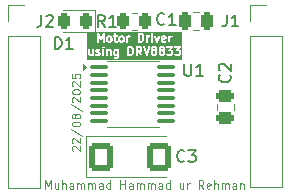
<source format=gto>
G04 #@! TF.GenerationSoftware,KiCad,Pcbnew,9.0.1*
G04 #@! TF.CreationDate,2025-08-23T10:31:58+05:00*
G04 #@! TF.ProjectId,motor_driver,6d6f746f-725f-4647-9269-7665722e6b69,rev?*
G04 #@! TF.SameCoordinates,Original*
G04 #@! TF.FileFunction,Legend,Top*
G04 #@! TF.FilePolarity,Positive*
%FSLAX46Y46*%
G04 Gerber Fmt 4.6, Leading zero omitted, Abs format (unit mm)*
G04 Created by KiCad (PCBNEW 9.0.1) date 2025-08-23 10:31:58*
%MOMM*%
%LPD*%
G01*
G04 APERTURE LIST*
G04 Aperture macros list*
%AMRoundRect*
0 Rectangle with rounded corners*
0 $1 Rounding radius*
0 $2 $3 $4 $5 $6 $7 $8 $9 X,Y pos of 4 corners*
0 Add a 4 corners polygon primitive as box body*
4,1,4,$2,$3,$4,$5,$6,$7,$8,$9,$2,$3,0*
0 Add four circle primitives for the rounded corners*
1,1,$1+$1,$2,$3*
1,1,$1+$1,$4,$5*
1,1,$1+$1,$6,$7*
1,1,$1+$1,$8,$9*
0 Add four rect primitives between the rounded corners*
20,1,$1+$1,$2,$3,$4,$5,0*
20,1,$1+$1,$4,$5,$6,$7,0*
20,1,$1+$1,$6,$7,$8,$9,0*
20,1,$1+$1,$8,$9,$2,$3,0*%
G04 Aperture macros list end*
%ADD10C,0.100000*%
%ADD11C,0.175000*%
%ADD12C,0.120000*%
%ADD13C,0.150000*%
%ADD14R,1.700000X1.700000*%
%ADD15C,1.700000*%
%ADD16RoundRect,0.250000X-0.250000X-0.475000X0.250000X-0.475000X0.250000X0.475000X-0.250000X0.475000X0*%
%ADD17RoundRect,0.250000X-0.475000X0.250000X-0.475000X-0.250000X0.475000X-0.250000X0.475000X0.250000X0*%
%ADD18RoundRect,0.250000X-0.262500X-0.450000X0.262500X-0.450000X0.262500X0.450000X-0.262500X0.450000X0*%
%ADD19R,2.460000X2.310000*%
%ADD20RoundRect,0.100000X-0.687500X-0.100000X0.687500X-0.100000X0.687500X0.100000X-0.687500X0.100000X0*%
%ADD21RoundRect,0.243750X0.243750X0.456250X-0.243750X0.456250X-0.243750X-0.456250X0.243750X-0.456250X0*%
%ADD22RoundRect,0.250000X-0.785000X-0.945000X0.785000X-0.945000X0.785000X0.945000X-0.785000X0.945000X0*%
G04 APERTURE END LIST*
D10*
X152575800Y-100500877D02*
X152542466Y-100467544D01*
X152542466Y-100467544D02*
X152509133Y-100400877D01*
X152509133Y-100400877D02*
X152509133Y-100234211D01*
X152509133Y-100234211D02*
X152542466Y-100167544D01*
X152542466Y-100167544D02*
X152575800Y-100134211D01*
X152575800Y-100134211D02*
X152642466Y-100100877D01*
X152642466Y-100100877D02*
X152709133Y-100100877D01*
X152709133Y-100100877D02*
X152809133Y-100134211D01*
X152809133Y-100134211D02*
X153209133Y-100534211D01*
X153209133Y-100534211D02*
X153209133Y-100100877D01*
X152575800Y-99834210D02*
X152542466Y-99800877D01*
X152542466Y-99800877D02*
X152509133Y-99734210D01*
X152509133Y-99734210D02*
X152509133Y-99567544D01*
X152509133Y-99567544D02*
X152542466Y-99500877D01*
X152542466Y-99500877D02*
X152575800Y-99467544D01*
X152575800Y-99467544D02*
X152642466Y-99434210D01*
X152642466Y-99434210D02*
X152709133Y-99434210D01*
X152709133Y-99434210D02*
X152809133Y-99467544D01*
X152809133Y-99467544D02*
X153209133Y-99867544D01*
X153209133Y-99867544D02*
X153209133Y-99434210D01*
X152475800Y-98634210D02*
X153375800Y-99234210D01*
X152509133Y-98267544D02*
X152509133Y-98200877D01*
X152509133Y-98200877D02*
X152542466Y-98134210D01*
X152542466Y-98134210D02*
X152575800Y-98100877D01*
X152575800Y-98100877D02*
X152642466Y-98067544D01*
X152642466Y-98067544D02*
X152775800Y-98034210D01*
X152775800Y-98034210D02*
X152942466Y-98034210D01*
X152942466Y-98034210D02*
X153075800Y-98067544D01*
X153075800Y-98067544D02*
X153142466Y-98100877D01*
X153142466Y-98100877D02*
X153175800Y-98134210D01*
X153175800Y-98134210D02*
X153209133Y-98200877D01*
X153209133Y-98200877D02*
X153209133Y-98267544D01*
X153209133Y-98267544D02*
X153175800Y-98334210D01*
X153175800Y-98334210D02*
X153142466Y-98367544D01*
X153142466Y-98367544D02*
X153075800Y-98400877D01*
X153075800Y-98400877D02*
X152942466Y-98434210D01*
X152942466Y-98434210D02*
X152775800Y-98434210D01*
X152775800Y-98434210D02*
X152642466Y-98400877D01*
X152642466Y-98400877D02*
X152575800Y-98367544D01*
X152575800Y-98367544D02*
X152542466Y-98334210D01*
X152542466Y-98334210D02*
X152509133Y-98267544D01*
X152809133Y-97634210D02*
X152775800Y-97700877D01*
X152775800Y-97700877D02*
X152742466Y-97734210D01*
X152742466Y-97734210D02*
X152675800Y-97767543D01*
X152675800Y-97767543D02*
X152642466Y-97767543D01*
X152642466Y-97767543D02*
X152575800Y-97734210D01*
X152575800Y-97734210D02*
X152542466Y-97700877D01*
X152542466Y-97700877D02*
X152509133Y-97634210D01*
X152509133Y-97634210D02*
X152509133Y-97500877D01*
X152509133Y-97500877D02*
X152542466Y-97434210D01*
X152542466Y-97434210D02*
X152575800Y-97400877D01*
X152575800Y-97400877D02*
X152642466Y-97367543D01*
X152642466Y-97367543D02*
X152675800Y-97367543D01*
X152675800Y-97367543D02*
X152742466Y-97400877D01*
X152742466Y-97400877D02*
X152775800Y-97434210D01*
X152775800Y-97434210D02*
X152809133Y-97500877D01*
X152809133Y-97500877D02*
X152809133Y-97634210D01*
X152809133Y-97634210D02*
X152842466Y-97700877D01*
X152842466Y-97700877D02*
X152875800Y-97734210D01*
X152875800Y-97734210D02*
X152942466Y-97767543D01*
X152942466Y-97767543D02*
X153075800Y-97767543D01*
X153075800Y-97767543D02*
X153142466Y-97734210D01*
X153142466Y-97734210D02*
X153175800Y-97700877D01*
X153175800Y-97700877D02*
X153209133Y-97634210D01*
X153209133Y-97634210D02*
X153209133Y-97500877D01*
X153209133Y-97500877D02*
X153175800Y-97434210D01*
X153175800Y-97434210D02*
X153142466Y-97400877D01*
X153142466Y-97400877D02*
X153075800Y-97367543D01*
X153075800Y-97367543D02*
X152942466Y-97367543D01*
X152942466Y-97367543D02*
X152875800Y-97400877D01*
X152875800Y-97400877D02*
X152842466Y-97434210D01*
X152842466Y-97434210D02*
X152809133Y-97500877D01*
X152475800Y-96567543D02*
X153375800Y-97167543D01*
X152575800Y-96367543D02*
X152542466Y-96334210D01*
X152542466Y-96334210D02*
X152509133Y-96267543D01*
X152509133Y-96267543D02*
X152509133Y-96100877D01*
X152509133Y-96100877D02*
X152542466Y-96034210D01*
X152542466Y-96034210D02*
X152575800Y-96000877D01*
X152575800Y-96000877D02*
X152642466Y-95967543D01*
X152642466Y-95967543D02*
X152709133Y-95967543D01*
X152709133Y-95967543D02*
X152809133Y-96000877D01*
X152809133Y-96000877D02*
X153209133Y-96400877D01*
X153209133Y-96400877D02*
X153209133Y-95967543D01*
X152509133Y-95534210D02*
X152509133Y-95467543D01*
X152509133Y-95467543D02*
X152542466Y-95400876D01*
X152542466Y-95400876D02*
X152575800Y-95367543D01*
X152575800Y-95367543D02*
X152642466Y-95334210D01*
X152642466Y-95334210D02*
X152775800Y-95300876D01*
X152775800Y-95300876D02*
X152942466Y-95300876D01*
X152942466Y-95300876D02*
X153075800Y-95334210D01*
X153075800Y-95334210D02*
X153142466Y-95367543D01*
X153142466Y-95367543D02*
X153175800Y-95400876D01*
X153175800Y-95400876D02*
X153209133Y-95467543D01*
X153209133Y-95467543D02*
X153209133Y-95534210D01*
X153209133Y-95534210D02*
X153175800Y-95600876D01*
X153175800Y-95600876D02*
X153142466Y-95634210D01*
X153142466Y-95634210D02*
X153075800Y-95667543D01*
X153075800Y-95667543D02*
X152942466Y-95700876D01*
X152942466Y-95700876D02*
X152775800Y-95700876D01*
X152775800Y-95700876D02*
X152642466Y-95667543D01*
X152642466Y-95667543D02*
X152575800Y-95634210D01*
X152575800Y-95634210D02*
X152542466Y-95600876D01*
X152542466Y-95600876D02*
X152509133Y-95534210D01*
X152575800Y-95034209D02*
X152542466Y-95000876D01*
X152542466Y-95000876D02*
X152509133Y-94934209D01*
X152509133Y-94934209D02*
X152509133Y-94767543D01*
X152509133Y-94767543D02*
X152542466Y-94700876D01*
X152542466Y-94700876D02*
X152575800Y-94667543D01*
X152575800Y-94667543D02*
X152642466Y-94634209D01*
X152642466Y-94634209D02*
X152709133Y-94634209D01*
X152709133Y-94634209D02*
X152809133Y-94667543D01*
X152809133Y-94667543D02*
X153209133Y-95067543D01*
X153209133Y-95067543D02*
X153209133Y-94634209D01*
X152509133Y-94000876D02*
X152509133Y-94334209D01*
X152509133Y-94334209D02*
X152842466Y-94367542D01*
X152842466Y-94367542D02*
X152809133Y-94334209D01*
X152809133Y-94334209D02*
X152775800Y-94267542D01*
X152775800Y-94267542D02*
X152775800Y-94100876D01*
X152775800Y-94100876D02*
X152809133Y-94034209D01*
X152809133Y-94034209D02*
X152842466Y-94000876D01*
X152842466Y-94000876D02*
X152909133Y-93967542D01*
X152909133Y-93967542D02*
X153075800Y-93967542D01*
X153075800Y-93967542D02*
X153142466Y-94000876D01*
X153142466Y-94000876D02*
X153175800Y-94034209D01*
X153175800Y-94034209D02*
X153209133Y-94100876D01*
X153209133Y-94100876D02*
X153209133Y-94267542D01*
X153209133Y-94267542D02*
X153175800Y-94334209D01*
X153175800Y-94334209D02*
X153142466Y-94367542D01*
D11*
G36*
X156345832Y-92317733D02*
G01*
X156253987Y-92317733D01*
X156218499Y-92299989D01*
X156205243Y-92286733D01*
X156187499Y-92251245D01*
X156187499Y-92092556D01*
X156205244Y-92057065D01*
X156218497Y-92043811D01*
X156253989Y-92026066D01*
X156345832Y-92026066D01*
X156345832Y-92317733D01*
G37*
G36*
X157519399Y-91815044D02*
G01*
X157561418Y-91857063D01*
X157584106Y-91902439D01*
X157612498Y-92016006D01*
X157612498Y-92094460D01*
X157584106Y-92208026D01*
X157561418Y-92253402D01*
X157519399Y-92295421D01*
X157452465Y-92317733D01*
X157387498Y-92317733D01*
X157387498Y-91792733D01*
X157452465Y-91792733D01*
X157519399Y-91815044D01*
G37*
G36*
X159548165Y-92110477D02*
G01*
X159561421Y-92123733D01*
X159579165Y-92159221D01*
X159579165Y-92251245D01*
X159561421Y-92286733D01*
X159548165Y-92299989D01*
X159512677Y-92317733D01*
X159420653Y-92317733D01*
X159385165Y-92299989D01*
X159371909Y-92286733D01*
X159354165Y-92251245D01*
X159354165Y-92159221D01*
X159371909Y-92123733D01*
X159385165Y-92110477D01*
X159420653Y-92092733D01*
X159512677Y-92092733D01*
X159548165Y-92110477D01*
G37*
G36*
X159548165Y-91810477D02*
G01*
X159561421Y-91823733D01*
X159577171Y-91855233D01*
X159561421Y-91886733D01*
X159548165Y-91899989D01*
X159512677Y-91917733D01*
X159420653Y-91917733D01*
X159385165Y-91899989D01*
X159371909Y-91886733D01*
X159356159Y-91855233D01*
X159371909Y-91823733D01*
X159385165Y-91810477D01*
X159420653Y-91792733D01*
X159512677Y-91792733D01*
X159548165Y-91810477D01*
G37*
G36*
X160214832Y-92110477D02*
G01*
X160228088Y-92123733D01*
X160245832Y-92159221D01*
X160245832Y-92251245D01*
X160228088Y-92286733D01*
X160214832Y-92299989D01*
X160179344Y-92317733D01*
X160087320Y-92317733D01*
X160051832Y-92299989D01*
X160038576Y-92286733D01*
X160020832Y-92251245D01*
X160020832Y-92159221D01*
X160038576Y-92123733D01*
X160051832Y-92110477D01*
X160087320Y-92092733D01*
X160179344Y-92092733D01*
X160214832Y-92110477D01*
G37*
G36*
X160214832Y-91810477D02*
G01*
X160228088Y-91823733D01*
X160243838Y-91855233D01*
X160228088Y-91886733D01*
X160214832Y-91899989D01*
X160179344Y-91917733D01*
X160087320Y-91917733D01*
X160051832Y-91899989D01*
X160038576Y-91886733D01*
X160022826Y-91855233D01*
X160038576Y-91823733D01*
X160051832Y-91810477D01*
X160087320Y-91792733D01*
X160179344Y-91792733D01*
X160214832Y-91810477D01*
G37*
G36*
X158281499Y-91810478D02*
G01*
X158294753Y-91823732D01*
X158312498Y-91859221D01*
X158312498Y-91917909D01*
X158294751Y-91953402D01*
X158281499Y-91966654D01*
X158246009Y-91984400D01*
X158087498Y-91984400D01*
X158087498Y-91792733D01*
X158246009Y-91792733D01*
X158281499Y-91810478D01*
G37*
G36*
X155748168Y-90916851D02*
G01*
X155761422Y-90930105D01*
X155779168Y-90965595D01*
X155779168Y-91124283D01*
X155761422Y-91159774D01*
X155748168Y-91173027D01*
X155712678Y-91190773D01*
X155653989Y-91190773D01*
X155618501Y-91173029D01*
X155605245Y-91159773D01*
X155587501Y-91124285D01*
X155587501Y-90965596D01*
X155605246Y-90930105D01*
X155618499Y-90916851D01*
X155653991Y-90899106D01*
X155712678Y-90899106D01*
X155748168Y-90916851D01*
G37*
G36*
X156781501Y-90916851D02*
G01*
X156794755Y-90930105D01*
X156812501Y-90965595D01*
X156812501Y-91124283D01*
X156794755Y-91159774D01*
X156781501Y-91173027D01*
X156746011Y-91190773D01*
X156687322Y-91190773D01*
X156651834Y-91173029D01*
X156638578Y-91159773D01*
X156620834Y-91124285D01*
X156620834Y-90965596D01*
X156638579Y-90930105D01*
X156651832Y-90916851D01*
X156687324Y-90899106D01*
X156746011Y-90899106D01*
X156781501Y-90916851D01*
G37*
G36*
X158386067Y-90688084D02*
G01*
X158428086Y-90730103D01*
X158450774Y-90775479D01*
X158479166Y-90889046D01*
X158479166Y-90967500D01*
X158450774Y-91081066D01*
X158428086Y-91126442D01*
X158386067Y-91168461D01*
X158319133Y-91190773D01*
X158254166Y-91190773D01*
X158254166Y-90665773D01*
X158319133Y-90665773D01*
X158386067Y-90688084D01*
G37*
G36*
X160366101Y-90909152D02*
G01*
X160220832Y-90938206D01*
X160220832Y-90932261D01*
X160231883Y-90910158D01*
X160253988Y-90899106D01*
X160346009Y-90899106D01*
X160366101Y-90909152D01*
G37*
G36*
X161841666Y-92813566D02*
G01*
X153791666Y-92813566D01*
X153791666Y-91938566D01*
X153879166Y-91938566D01*
X153879166Y-92305233D01*
X153880847Y-92322303D01*
X153882050Y-92325207D01*
X153882273Y-92328345D01*
X153888404Y-92344365D01*
X153921738Y-92411031D01*
X153923535Y-92413886D01*
X153923984Y-92415233D01*
X153925437Y-92416909D01*
X153930875Y-92425548D01*
X153939167Y-92432739D01*
X153946353Y-92441025D01*
X153954985Y-92446458D01*
X153956667Y-92447917D01*
X153958017Y-92448367D01*
X153960869Y-92450162D01*
X154027535Y-92483495D01*
X154043555Y-92489626D01*
X154046691Y-92489848D01*
X154049596Y-92491052D01*
X154066666Y-92492733D01*
X154166666Y-92492733D01*
X154183736Y-92491052D01*
X154186640Y-92489848D01*
X154189777Y-92489626D01*
X154205797Y-92483496D01*
X154217641Y-92477574D01*
X154218054Y-92477987D01*
X154249596Y-92491052D01*
X154283736Y-92491052D01*
X154315278Y-92477987D01*
X154339420Y-92453845D01*
X154352485Y-92422303D01*
X154354166Y-92405233D01*
X154354166Y-92038566D01*
X154479166Y-92038566D01*
X154479166Y-92071900D01*
X154480847Y-92088970D01*
X154482050Y-92091874D01*
X154482273Y-92095012D01*
X154488404Y-92111031D01*
X154521737Y-92177697D01*
X154523531Y-92180548D01*
X154523982Y-92181899D01*
X154525440Y-92183580D01*
X154530874Y-92192213D01*
X154539160Y-92199399D01*
X154546351Y-92207691D01*
X154554987Y-92213127D01*
X154556666Y-92214583D01*
X154558014Y-92215032D01*
X154560867Y-92216828D01*
X154627534Y-92250162D01*
X154643554Y-92256293D01*
X154646691Y-92256515D01*
X154649596Y-92257719D01*
X154666666Y-92259400D01*
X154746010Y-92259400D01*
X154768113Y-92270451D01*
X154777170Y-92288566D01*
X154768113Y-92306681D01*
X154746010Y-92317733D01*
X154653990Y-92317733D01*
X154605797Y-92293637D01*
X154589777Y-92287507D01*
X154555722Y-92285087D01*
X154523332Y-92295884D01*
X154497541Y-92318253D01*
X154482273Y-92348789D01*
X154479853Y-92382844D01*
X154490650Y-92415234D01*
X154513019Y-92441025D01*
X154527535Y-92450163D01*
X154594203Y-92483496D01*
X154610222Y-92489626D01*
X154613358Y-92489848D01*
X154616263Y-92491052D01*
X154633333Y-92492733D01*
X154766666Y-92492733D01*
X154783736Y-92491052D01*
X154786640Y-92489848D01*
X154789777Y-92489626D01*
X154805797Y-92483496D01*
X154872464Y-92450163D01*
X154875320Y-92448364D01*
X154876667Y-92447916D01*
X154878344Y-92446461D01*
X154886980Y-92441025D01*
X154894169Y-92432736D01*
X154902458Y-92425547D01*
X154907894Y-92416911D01*
X154909349Y-92415234D01*
X154909797Y-92413887D01*
X154911596Y-92411031D01*
X154944929Y-92344363D01*
X154951059Y-92328344D01*
X154951281Y-92325207D01*
X154952485Y-92322303D01*
X154954166Y-92305233D01*
X154954166Y-92271900D01*
X154952485Y-92254830D01*
X154951281Y-92251925D01*
X154951059Y-92248789D01*
X154944929Y-92232770D01*
X154911596Y-92166102D01*
X154909797Y-92163245D01*
X154909349Y-92161899D01*
X154907894Y-92160221D01*
X154902458Y-92151586D01*
X154894169Y-92144396D01*
X154886980Y-92136108D01*
X154878344Y-92130671D01*
X154876667Y-92129217D01*
X154875320Y-92128768D01*
X154872464Y-92126970D01*
X154805797Y-92093637D01*
X154789777Y-92087507D01*
X154786640Y-92087284D01*
X154783736Y-92086081D01*
X154766666Y-92084400D01*
X154687322Y-92084400D01*
X154665217Y-92073347D01*
X154656160Y-92055233D01*
X154665217Y-92037118D01*
X154687322Y-92026066D01*
X154746010Y-92026066D01*
X154794201Y-92050162D01*
X154810221Y-92056293D01*
X154844276Y-92058713D01*
X154876666Y-92047917D01*
X154902457Y-92025548D01*
X154917725Y-91995012D01*
X154920146Y-91960957D01*
X154909350Y-91928567D01*
X154886981Y-91902775D01*
X154872464Y-91893638D01*
X154805798Y-91860304D01*
X154789778Y-91854173D01*
X154786640Y-91853950D01*
X154783736Y-91852747D01*
X154766666Y-91851066D01*
X154666666Y-91851066D01*
X154649596Y-91852747D01*
X154646691Y-91853950D01*
X154643554Y-91854173D01*
X154627534Y-91860304D01*
X154560867Y-91893638D01*
X154558014Y-91895433D01*
X154556666Y-91895883D01*
X154554987Y-91897338D01*
X154546351Y-91902775D01*
X154539160Y-91911066D01*
X154530874Y-91918253D01*
X154525440Y-91926885D01*
X154523982Y-91928567D01*
X154523531Y-91929917D01*
X154521737Y-91932769D01*
X154488404Y-91999435D01*
X154482273Y-92015454D01*
X154482050Y-92018591D01*
X154480847Y-92021496D01*
X154479166Y-92038566D01*
X154354166Y-92038566D01*
X154354166Y-91938566D01*
X154352485Y-91921496D01*
X154339420Y-91889954D01*
X154315278Y-91865812D01*
X154283736Y-91852747D01*
X154249596Y-91852747D01*
X154218054Y-91865812D01*
X154193912Y-91889954D01*
X154180847Y-91921496D01*
X154179166Y-91938566D01*
X154179166Y-92301155D01*
X154146010Y-92317733D01*
X154087321Y-92317733D01*
X154065218Y-92306681D01*
X154054166Y-92284576D01*
X154054166Y-91938566D01*
X154052485Y-91921496D01*
X154039420Y-91889954D01*
X154015278Y-91865812D01*
X153983736Y-91852747D01*
X153949596Y-91852747D01*
X153918054Y-91865812D01*
X153893912Y-91889954D01*
X153880847Y-91921496D01*
X153879166Y-91938566D01*
X153791666Y-91938566D01*
X153791666Y-91721495D01*
X155047514Y-91721495D01*
X155047514Y-91755637D01*
X155060579Y-91787179D01*
X155060583Y-91787183D01*
X155071460Y-91800437D01*
X155104793Y-91833771D01*
X155118052Y-91844653D01*
X155118053Y-91844654D01*
X155133533Y-91851066D01*
X155143593Y-91855233D01*
X155118054Y-91865812D01*
X155093912Y-91889954D01*
X155080847Y-91921496D01*
X155079166Y-91938566D01*
X155079166Y-92405233D01*
X155080847Y-92422303D01*
X155093912Y-92453845D01*
X155118054Y-92477987D01*
X155149596Y-92491052D01*
X155183736Y-92491052D01*
X155215278Y-92477987D01*
X155239420Y-92453845D01*
X155252485Y-92422303D01*
X155254166Y-92405233D01*
X155254166Y-91938566D01*
X155412499Y-91938566D01*
X155412499Y-92405233D01*
X155414180Y-92422303D01*
X155427245Y-92453845D01*
X155451387Y-92477987D01*
X155482929Y-92491052D01*
X155517069Y-92491052D01*
X155548611Y-92477987D01*
X155572753Y-92453845D01*
X155585818Y-92422303D01*
X155587499Y-92405233D01*
X155587499Y-92042644D01*
X155620656Y-92026066D01*
X155679343Y-92026066D01*
X155701447Y-92037118D01*
X155712499Y-92059221D01*
X155712499Y-92405233D01*
X155714180Y-92422303D01*
X155727245Y-92453845D01*
X155751387Y-92477987D01*
X155782929Y-92491052D01*
X155817069Y-92491052D01*
X155848611Y-92477987D01*
X155872753Y-92453845D01*
X155885818Y-92422303D01*
X155887499Y-92405233D01*
X155887499Y-92071900D01*
X156012499Y-92071900D01*
X156012499Y-92271900D01*
X156014180Y-92288970D01*
X156015383Y-92291874D01*
X156015606Y-92295012D01*
X156021737Y-92311031D01*
X156055070Y-92377697D01*
X156059692Y-92385040D01*
X156060578Y-92387179D01*
X156062553Y-92389585D01*
X156064207Y-92392213D01*
X156065950Y-92393725D01*
X156071460Y-92400438D01*
X156104794Y-92433772D01*
X156111505Y-92439279D01*
X156113019Y-92441025D01*
X156115650Y-92442681D01*
X156118053Y-92444653D01*
X156120187Y-92445537D01*
X156127535Y-92450162D01*
X156194201Y-92483495D01*
X156210221Y-92489626D01*
X156213357Y-92489848D01*
X156216262Y-92491052D01*
X156233332Y-92492733D01*
X156341754Y-92492733D01*
X156328085Y-92520069D01*
X156314834Y-92533320D01*
X156279343Y-92551066D01*
X156220656Y-92551066D01*
X156172463Y-92526970D01*
X156156443Y-92520840D01*
X156122388Y-92518420D01*
X156089998Y-92529217D01*
X156064207Y-92551586D01*
X156048939Y-92582122D01*
X156046519Y-92616177D01*
X156057316Y-92648567D01*
X156079685Y-92674358D01*
X156094201Y-92683496D01*
X156160869Y-92716829D01*
X156176888Y-92722959D01*
X156180024Y-92723181D01*
X156182929Y-92724385D01*
X156199999Y-92726066D01*
X156299999Y-92726066D01*
X156317069Y-92724385D01*
X156319973Y-92723181D01*
X156323110Y-92722959D01*
X156339130Y-92716829D01*
X156405797Y-92683496D01*
X156413142Y-92678872D01*
X156415279Y-92677987D01*
X156417684Y-92676012D01*
X156420313Y-92674358D01*
X156421825Y-92672614D01*
X156428538Y-92667105D01*
X156461871Y-92633772D01*
X156467380Y-92627059D01*
X156469124Y-92625547D01*
X156470778Y-92622918D01*
X156472753Y-92620513D01*
X156473638Y-92618376D01*
X156478262Y-92611031D01*
X156511595Y-92544363D01*
X156517725Y-92528344D01*
X156517947Y-92525207D01*
X156519151Y-92522303D01*
X156520832Y-92505233D01*
X156520832Y-91938566D01*
X156519151Y-91921496D01*
X156506086Y-91889954D01*
X156481944Y-91865812D01*
X156450402Y-91852747D01*
X156416262Y-91852747D01*
X156401754Y-91858756D01*
X156389779Y-91854173D01*
X156386640Y-91853949D01*
X156383736Y-91852747D01*
X156366666Y-91851066D01*
X156233332Y-91851066D01*
X156216262Y-91852747D01*
X156213355Y-91853951D01*
X156210219Y-91854174D01*
X156194200Y-91860304D01*
X156127534Y-91893638D01*
X156120189Y-91898261D01*
X156118054Y-91899146D01*
X156115648Y-91901120D01*
X156113018Y-91902776D01*
X156111505Y-91904520D01*
X156104795Y-91910027D01*
X156071461Y-91943360D01*
X156065951Y-91950072D01*
X156064207Y-91951586D01*
X156062551Y-91954215D01*
X156060579Y-91956619D01*
X156059694Y-91958753D01*
X156055069Y-91966102D01*
X156021736Y-92032769D01*
X156015606Y-92048789D01*
X156015383Y-92051925D01*
X156014180Y-92054830D01*
X156012499Y-92071900D01*
X155887499Y-92071900D01*
X155887499Y-92038566D01*
X155885818Y-92021496D01*
X155884614Y-92018591D01*
X155884392Y-92015455D01*
X155878261Y-91999435D01*
X155844928Y-91932769D01*
X155843133Y-91929917D01*
X155842683Y-91928567D01*
X155841224Y-91926885D01*
X155835791Y-91918253D01*
X155827505Y-91911067D01*
X155820314Y-91902775D01*
X155811675Y-91897337D01*
X155809999Y-91895884D01*
X155808652Y-91895435D01*
X155805797Y-91893638D01*
X155739131Y-91860304D01*
X155723111Y-91854173D01*
X155719973Y-91853950D01*
X155717069Y-91852747D01*
X155699999Y-91851066D01*
X155599999Y-91851066D01*
X155582929Y-91852747D01*
X155580022Y-91853951D01*
X155576886Y-91854174D01*
X155560867Y-91860304D01*
X155549024Y-91866225D01*
X155548611Y-91865812D01*
X155517069Y-91852747D01*
X155482929Y-91852747D01*
X155451387Y-91865812D01*
X155427245Y-91889954D01*
X155414180Y-91921496D01*
X155412499Y-91938566D01*
X155254166Y-91938566D01*
X155252485Y-91921496D01*
X155239420Y-91889954D01*
X155215278Y-91865812D01*
X155189738Y-91855233D01*
X155215279Y-91844654D01*
X155228538Y-91833772D01*
X155261872Y-91800438D01*
X155272753Y-91787179D01*
X155272752Y-91787179D01*
X155272754Y-91787178D01*
X155285819Y-91755636D01*
X155285819Y-91721494D01*
X155279083Y-91705233D01*
X157212498Y-91705233D01*
X157212498Y-92405233D01*
X157214179Y-92422303D01*
X157227244Y-92453845D01*
X157251386Y-92477987D01*
X157282928Y-92491052D01*
X157299998Y-92492733D01*
X157466665Y-92492733D01*
X157475304Y-92491882D01*
X157477609Y-92492046D01*
X157480640Y-92491356D01*
X157483735Y-92491052D01*
X157485869Y-92490167D01*
X157494335Y-92488243D01*
X157594335Y-92454910D01*
X157609997Y-92447917D01*
X157612370Y-92445858D01*
X157615278Y-92444654D01*
X157628537Y-92433772D01*
X157695204Y-92367105D01*
X157700711Y-92360394D01*
X157702457Y-92358880D01*
X157704114Y-92356247D01*
X157706085Y-92353846D01*
X157706968Y-92351713D01*
X157711595Y-92344364D01*
X157744928Y-92277696D01*
X157745405Y-92276448D01*
X157745782Y-92275940D01*
X157748344Y-92268767D01*
X157751058Y-92261677D01*
X157751102Y-92261048D01*
X157751553Y-92259788D01*
X157784885Y-92126455D01*
X157785322Y-92123496D01*
X157785817Y-92122303D01*
X157786449Y-92115875D01*
X157787395Y-92109487D01*
X157787204Y-92108209D01*
X157787498Y-92105233D01*
X157787498Y-92005233D01*
X157787204Y-92002256D01*
X157787395Y-92000979D01*
X157786449Y-91994590D01*
X157785817Y-91988163D01*
X157785322Y-91986969D01*
X157784885Y-91984011D01*
X157751553Y-91850678D01*
X157751102Y-91849417D01*
X157751058Y-91848789D01*
X157748344Y-91841698D01*
X157745782Y-91834526D01*
X157745405Y-91834017D01*
X157744928Y-91832770D01*
X157711595Y-91766102D01*
X157706968Y-91758752D01*
X157706085Y-91756620D01*
X157704114Y-91754218D01*
X157702457Y-91751586D01*
X157700711Y-91750071D01*
X157695204Y-91743361D01*
X157657076Y-91705233D01*
X157912498Y-91705233D01*
X157912498Y-92405233D01*
X157914179Y-92422303D01*
X157927244Y-92453845D01*
X157951386Y-92477987D01*
X157982928Y-92491052D01*
X158017068Y-92491052D01*
X158048610Y-92477987D01*
X158072752Y-92453845D01*
X158085817Y-92422303D01*
X158087498Y-92405233D01*
X158087498Y-92159400D01*
X158121107Y-92159400D01*
X158328315Y-92455411D01*
X158339481Y-92468431D01*
X158368273Y-92486779D01*
X158401895Y-92492713D01*
X158435228Y-92485328D01*
X158463196Y-92465750D01*
X158481544Y-92436958D01*
X158487478Y-92403336D01*
X158480093Y-92370004D01*
X158471681Y-92355055D01*
X158322433Y-92141843D01*
X158372463Y-92116828D01*
X158379807Y-92112205D01*
X158381945Y-92111320D01*
X158384349Y-92109346D01*
X158386980Y-92107691D01*
X158388494Y-92105944D01*
X158395204Y-92100438D01*
X158428537Y-92067105D01*
X158434046Y-92060392D01*
X158435790Y-92058880D01*
X158437444Y-92056251D01*
X158439419Y-92053846D01*
X158440304Y-92051709D01*
X158444928Y-92044364D01*
X158478261Y-91977696D01*
X158484391Y-91961677D01*
X158484613Y-91958540D01*
X158485817Y-91955636D01*
X158487498Y-91938566D01*
X158487498Y-91838566D01*
X158485817Y-91821496D01*
X158484613Y-91818591D01*
X158484391Y-91815455D01*
X158478260Y-91799435D01*
X158444927Y-91732769D01*
X158440303Y-91725423D01*
X158439419Y-91723288D01*
X158437445Y-91720883D01*
X158435790Y-91718253D01*
X158434045Y-91716739D01*
X158433584Y-91716177D01*
X158513185Y-91716177D01*
X158516988Y-91732903D01*
X158750322Y-92432903D01*
X158757315Y-92448565D01*
X158761411Y-92453288D01*
X158764208Y-92458881D01*
X158772495Y-92466069D01*
X158779684Y-92474357D01*
X158785276Y-92477153D01*
X158790000Y-92481250D01*
X158800410Y-92484720D01*
X158810222Y-92489626D01*
X158816457Y-92490069D01*
X158822388Y-92492046D01*
X158833332Y-92491268D01*
X158844276Y-92492046D01*
X158850206Y-92490069D01*
X158856443Y-92489626D01*
X158866256Y-92484719D01*
X158876664Y-92481250D01*
X158881387Y-92477153D01*
X158886980Y-92474357D01*
X158894168Y-92466069D01*
X158902456Y-92458881D01*
X158905252Y-92453288D01*
X158909349Y-92448565D01*
X158916342Y-92432903D01*
X159114454Y-91838566D01*
X159179165Y-91838566D01*
X159179165Y-91871900D01*
X159180846Y-91888970D01*
X159182049Y-91891874D01*
X159182272Y-91895012D01*
X159188403Y-91911031D01*
X159221736Y-91977697D01*
X159226358Y-91985040D01*
X159227244Y-91987179D01*
X159229219Y-91989585D01*
X159230873Y-91992213D01*
X159232616Y-91993725D01*
X159238126Y-92000438D01*
X159242921Y-92005233D01*
X159238126Y-92010028D01*
X159232616Y-92016740D01*
X159230873Y-92018253D01*
X159229219Y-92020880D01*
X159227244Y-92023287D01*
X159226358Y-92025425D01*
X159221736Y-92032769D01*
X159188403Y-92099435D01*
X159182272Y-92115454D01*
X159182049Y-92118591D01*
X159180846Y-92121496D01*
X159179165Y-92138566D01*
X159179165Y-92271900D01*
X159180846Y-92288970D01*
X159182049Y-92291874D01*
X159182272Y-92295012D01*
X159188403Y-92311031D01*
X159221736Y-92377697D01*
X159226358Y-92385040D01*
X159227244Y-92387179D01*
X159229219Y-92389585D01*
X159230873Y-92392213D01*
X159232616Y-92393725D01*
X159238126Y-92400438D01*
X159271460Y-92433772D01*
X159278171Y-92439279D01*
X159279685Y-92441025D01*
X159282316Y-92442681D01*
X159284719Y-92444653D01*
X159286853Y-92445537D01*
X159294201Y-92450162D01*
X159360867Y-92483495D01*
X159376887Y-92489626D01*
X159380023Y-92489848D01*
X159382928Y-92491052D01*
X159399998Y-92492733D01*
X159533332Y-92492733D01*
X159550402Y-92491052D01*
X159553306Y-92489848D01*
X159556444Y-92489626D01*
X159572463Y-92483495D01*
X159639129Y-92450162D01*
X159646472Y-92445539D01*
X159648611Y-92444654D01*
X159651017Y-92442678D01*
X159653645Y-92441025D01*
X159655157Y-92439281D01*
X159661870Y-92433772D01*
X159695204Y-92400438D01*
X159700711Y-92393726D01*
X159702457Y-92392213D01*
X159704113Y-92389581D01*
X159706085Y-92387179D01*
X159706969Y-92385044D01*
X159711594Y-92377697D01*
X159744927Y-92311031D01*
X159751058Y-92295011D01*
X159751280Y-92291874D01*
X159752484Y-92288970D01*
X159754165Y-92271900D01*
X159754165Y-92138566D01*
X159752484Y-92121496D01*
X159751280Y-92118591D01*
X159751058Y-92115455D01*
X159744927Y-92099435D01*
X159711594Y-92032769D01*
X159706969Y-92025421D01*
X159706085Y-92023287D01*
X159704113Y-92020884D01*
X159702457Y-92018253D01*
X159700711Y-92016739D01*
X159695204Y-92010028D01*
X159690409Y-92005233D01*
X159695204Y-92000438D01*
X159700711Y-91993726D01*
X159702457Y-91992213D01*
X159704113Y-91989581D01*
X159706085Y-91987179D01*
X159706969Y-91985044D01*
X159711594Y-91977697D01*
X159744927Y-91911031D01*
X159751058Y-91895011D01*
X159751280Y-91891874D01*
X159752484Y-91888970D01*
X159754165Y-91871900D01*
X159754165Y-91838566D01*
X159845832Y-91838566D01*
X159845832Y-91871900D01*
X159847513Y-91888970D01*
X159848716Y-91891874D01*
X159848939Y-91895012D01*
X159855070Y-91911031D01*
X159888403Y-91977697D01*
X159893025Y-91985040D01*
X159893911Y-91987179D01*
X159895886Y-91989585D01*
X159897540Y-91992213D01*
X159899283Y-91993725D01*
X159904793Y-92000438D01*
X159909588Y-92005233D01*
X159904793Y-92010028D01*
X159899283Y-92016740D01*
X159897540Y-92018253D01*
X159895886Y-92020880D01*
X159893911Y-92023287D01*
X159893025Y-92025425D01*
X159888403Y-92032769D01*
X159855070Y-92099435D01*
X159848939Y-92115454D01*
X159848716Y-92118591D01*
X159847513Y-92121496D01*
X159845832Y-92138566D01*
X159845832Y-92271900D01*
X159847513Y-92288970D01*
X159848716Y-92291874D01*
X159848939Y-92295012D01*
X159855070Y-92311031D01*
X159888403Y-92377697D01*
X159893025Y-92385040D01*
X159893911Y-92387179D01*
X159895886Y-92389585D01*
X159897540Y-92392213D01*
X159899283Y-92393725D01*
X159904793Y-92400438D01*
X159938127Y-92433772D01*
X159944838Y-92439279D01*
X159946352Y-92441025D01*
X159948983Y-92442681D01*
X159951386Y-92444653D01*
X159953520Y-92445537D01*
X159960868Y-92450162D01*
X160027534Y-92483495D01*
X160043554Y-92489626D01*
X160046690Y-92489848D01*
X160049595Y-92491052D01*
X160066665Y-92492733D01*
X160199999Y-92492733D01*
X160217069Y-92491052D01*
X160219973Y-92489848D01*
X160223111Y-92489626D01*
X160239130Y-92483495D01*
X160305796Y-92450162D01*
X160313139Y-92445539D01*
X160315278Y-92444654D01*
X160317684Y-92442678D01*
X160320312Y-92441025D01*
X160321824Y-92439281D01*
X160328537Y-92433772D01*
X160361871Y-92400438D01*
X160367378Y-92393726D01*
X160369124Y-92392213D01*
X160370780Y-92389581D01*
X160372752Y-92387179D01*
X160373636Y-92385044D01*
X160378261Y-92377697D01*
X160411594Y-92311031D01*
X160417725Y-92295011D01*
X160417947Y-92291874D01*
X160419151Y-92288970D01*
X160420832Y-92271900D01*
X160420832Y-92138566D01*
X160419151Y-92121496D01*
X160417947Y-92118591D01*
X160417725Y-92115455D01*
X160411594Y-92099435D01*
X160378261Y-92032769D01*
X160373636Y-92025421D01*
X160372752Y-92023287D01*
X160370780Y-92020884D01*
X160369124Y-92018253D01*
X160367378Y-92016739D01*
X160361871Y-92010028D01*
X160357076Y-92005233D01*
X160361871Y-92000438D01*
X160367378Y-91993726D01*
X160369124Y-91992213D01*
X160370780Y-91989581D01*
X160372752Y-91987179D01*
X160373636Y-91985044D01*
X160378261Y-91977697D01*
X160411594Y-91911031D01*
X160417725Y-91895011D01*
X160417947Y-91891874D01*
X160419151Y-91888970D01*
X160420832Y-91871900D01*
X160420832Y-91838566D01*
X160419151Y-91821496D01*
X160417947Y-91818591D01*
X160417725Y-91815455D01*
X160411594Y-91799435D01*
X160378261Y-91732769D01*
X160373636Y-91725421D01*
X160372752Y-91723287D01*
X160370780Y-91720884D01*
X160369124Y-91718253D01*
X160367378Y-91716739D01*
X160361871Y-91710028D01*
X160340006Y-91688163D01*
X160480847Y-91688163D01*
X160480847Y-91722303D01*
X160493912Y-91753845D01*
X160518054Y-91777987D01*
X160549596Y-91791052D01*
X160566666Y-91792733D01*
X160807169Y-91792733D01*
X160700815Y-91914281D01*
X160695539Y-91921660D01*
X160693912Y-91923288D01*
X160693272Y-91924830D01*
X160690840Y-91928234D01*
X160686286Y-91941696D01*
X160680847Y-91954830D01*
X160680847Y-91957781D01*
X160679902Y-91960576D01*
X160680847Y-91974751D01*
X160680847Y-91988970D01*
X160681976Y-91991697D01*
X160682173Y-91994642D01*
X160688474Y-92007383D01*
X160693912Y-92020512D01*
X160695997Y-92022597D01*
X160697307Y-92025245D01*
X160708009Y-92034609D01*
X160718054Y-92044654D01*
X160720779Y-92045782D01*
X160723000Y-92047726D01*
X160736462Y-92052279D01*
X160749596Y-92057719D01*
X160753760Y-92058129D01*
X160755342Y-92058664D01*
X160757637Y-92058510D01*
X160766666Y-92059400D01*
X160846011Y-92059400D01*
X160881499Y-92077144D01*
X160894753Y-92090397D01*
X160912499Y-92125889D01*
X160912499Y-92251245D01*
X160894755Y-92286733D01*
X160881499Y-92299989D01*
X160846011Y-92317733D01*
X160687323Y-92317733D01*
X160651830Y-92299987D01*
X160628539Y-92276695D01*
X160615280Y-92265813D01*
X160583738Y-92252748D01*
X160549596Y-92252747D01*
X160518054Y-92265812D01*
X160493913Y-92289952D01*
X160480848Y-92321494D01*
X160480847Y-92355636D01*
X160493912Y-92387178D01*
X160504793Y-92400437D01*
X160538126Y-92433771D01*
X160544838Y-92439280D01*
X160546352Y-92441025D01*
X160548981Y-92442680D01*
X160551385Y-92444653D01*
X160553520Y-92445537D01*
X160560868Y-92450163D01*
X160627536Y-92483496D01*
X160643555Y-92489626D01*
X160646691Y-92489848D01*
X160649596Y-92491052D01*
X160666666Y-92492733D01*
X160866666Y-92492733D01*
X160883736Y-92491052D01*
X160886640Y-92489848D01*
X160889778Y-92489626D01*
X160905797Y-92483495D01*
X160972463Y-92450162D01*
X160979806Y-92445539D01*
X160981945Y-92444654D01*
X160984351Y-92442678D01*
X160986979Y-92441025D01*
X160988491Y-92439281D01*
X160995204Y-92433772D01*
X161028538Y-92400438D01*
X161034045Y-92393726D01*
X161035791Y-92392213D01*
X161037447Y-92389581D01*
X161039419Y-92387179D01*
X161040303Y-92385044D01*
X161044928Y-92377697D01*
X161078261Y-92311031D01*
X161084392Y-92295011D01*
X161084614Y-92291874D01*
X161085818Y-92288970D01*
X161087499Y-92271900D01*
X161087499Y-92105233D01*
X161085818Y-92088163D01*
X161084614Y-92085258D01*
X161084392Y-92082122D01*
X161078262Y-92066103D01*
X161044929Y-91999435D01*
X161040303Y-91992087D01*
X161039419Y-91989952D01*
X161037446Y-91987548D01*
X161035791Y-91984919D01*
X161034046Y-91983405D01*
X161028537Y-91976693D01*
X160995203Y-91943360D01*
X160988492Y-91937853D01*
X160986979Y-91936108D01*
X160984348Y-91934452D01*
X160981944Y-91932479D01*
X160979807Y-91931594D01*
X160972463Y-91926971D01*
X160937529Y-91909504D01*
X161065849Y-91762852D01*
X161071124Y-91755473D01*
X161072753Y-91753845D01*
X161073392Y-91752301D01*
X161075825Y-91748899D01*
X161080378Y-91735434D01*
X161085818Y-91722303D01*
X161085818Y-91719352D01*
X161086763Y-91716558D01*
X161085818Y-91702382D01*
X161085818Y-91688163D01*
X161147514Y-91688163D01*
X161147514Y-91722303D01*
X161160579Y-91753845D01*
X161184721Y-91777987D01*
X161216263Y-91791052D01*
X161233333Y-91792733D01*
X161473836Y-91792733D01*
X161367482Y-91914281D01*
X161362206Y-91921660D01*
X161360579Y-91923288D01*
X161359939Y-91924830D01*
X161357507Y-91928234D01*
X161352953Y-91941696D01*
X161347514Y-91954830D01*
X161347514Y-91957781D01*
X161346569Y-91960576D01*
X161347514Y-91974751D01*
X161347514Y-91988970D01*
X161348643Y-91991697D01*
X161348840Y-91994642D01*
X161355141Y-92007383D01*
X161360579Y-92020512D01*
X161362664Y-92022597D01*
X161363974Y-92025245D01*
X161374676Y-92034609D01*
X161384721Y-92044654D01*
X161387446Y-92045782D01*
X161389667Y-92047726D01*
X161403129Y-92052279D01*
X161416263Y-92057719D01*
X161420427Y-92058129D01*
X161422009Y-92058664D01*
X161424304Y-92058510D01*
X161433333Y-92059400D01*
X161512678Y-92059400D01*
X161548166Y-92077144D01*
X161561420Y-92090397D01*
X161579166Y-92125889D01*
X161579166Y-92251245D01*
X161561422Y-92286733D01*
X161548166Y-92299989D01*
X161512678Y-92317733D01*
X161353990Y-92317733D01*
X161318497Y-92299987D01*
X161295206Y-92276695D01*
X161281947Y-92265813D01*
X161250405Y-92252748D01*
X161216263Y-92252747D01*
X161184721Y-92265812D01*
X161160580Y-92289952D01*
X161147515Y-92321494D01*
X161147514Y-92355636D01*
X161160579Y-92387178D01*
X161171460Y-92400437D01*
X161204793Y-92433771D01*
X161211505Y-92439280D01*
X161213019Y-92441025D01*
X161215648Y-92442680D01*
X161218052Y-92444653D01*
X161220187Y-92445537D01*
X161227535Y-92450163D01*
X161294203Y-92483496D01*
X161310222Y-92489626D01*
X161313358Y-92489848D01*
X161316263Y-92491052D01*
X161333333Y-92492733D01*
X161533333Y-92492733D01*
X161550403Y-92491052D01*
X161553307Y-92489848D01*
X161556445Y-92489626D01*
X161572464Y-92483495D01*
X161639130Y-92450162D01*
X161646473Y-92445539D01*
X161648612Y-92444654D01*
X161651018Y-92442678D01*
X161653646Y-92441025D01*
X161655158Y-92439281D01*
X161661871Y-92433772D01*
X161695205Y-92400438D01*
X161700712Y-92393726D01*
X161702458Y-92392213D01*
X161704114Y-92389581D01*
X161706086Y-92387179D01*
X161706970Y-92385044D01*
X161711595Y-92377697D01*
X161744928Y-92311031D01*
X161751059Y-92295011D01*
X161751281Y-92291874D01*
X161752485Y-92288970D01*
X161754166Y-92271900D01*
X161754166Y-92105233D01*
X161752485Y-92088163D01*
X161751281Y-92085258D01*
X161751059Y-92082122D01*
X161744929Y-92066103D01*
X161711596Y-91999435D01*
X161706970Y-91992087D01*
X161706086Y-91989952D01*
X161704113Y-91987548D01*
X161702458Y-91984919D01*
X161700713Y-91983405D01*
X161695204Y-91976693D01*
X161661870Y-91943360D01*
X161655159Y-91937853D01*
X161653646Y-91936108D01*
X161651015Y-91934452D01*
X161648611Y-91932479D01*
X161646474Y-91931594D01*
X161639130Y-91926971D01*
X161604196Y-91909504D01*
X161732516Y-91762852D01*
X161737791Y-91755473D01*
X161739420Y-91753845D01*
X161740059Y-91752301D01*
X161742492Y-91748899D01*
X161747045Y-91735434D01*
X161752485Y-91722303D01*
X161752485Y-91719352D01*
X161753430Y-91716558D01*
X161752485Y-91702382D01*
X161752485Y-91688163D01*
X161751355Y-91685435D01*
X161751159Y-91682491D01*
X161744859Y-91669754D01*
X161739420Y-91656621D01*
X161737332Y-91654533D01*
X161736024Y-91651888D01*
X161725329Y-91642530D01*
X161715278Y-91632479D01*
X161712550Y-91631349D01*
X161710331Y-91629407D01*
X161696871Y-91624855D01*
X161683736Y-91619414D01*
X161679571Y-91619003D01*
X161677990Y-91618469D01*
X161675694Y-91618622D01*
X161666666Y-91617733D01*
X161233333Y-91617733D01*
X161216263Y-91619414D01*
X161184721Y-91632479D01*
X161160579Y-91656621D01*
X161147514Y-91688163D01*
X161085818Y-91688163D01*
X161084688Y-91685435D01*
X161084492Y-91682491D01*
X161078192Y-91669754D01*
X161072753Y-91656621D01*
X161070665Y-91654533D01*
X161069357Y-91651888D01*
X161058662Y-91642530D01*
X161048611Y-91632479D01*
X161045883Y-91631349D01*
X161043664Y-91629407D01*
X161030204Y-91624855D01*
X161017069Y-91619414D01*
X161012904Y-91619003D01*
X161011323Y-91618469D01*
X161009027Y-91618622D01*
X160999999Y-91617733D01*
X160566666Y-91617733D01*
X160549596Y-91619414D01*
X160518054Y-91632479D01*
X160493912Y-91656621D01*
X160480847Y-91688163D01*
X160340006Y-91688163D01*
X160328537Y-91676694D01*
X160321824Y-91671184D01*
X160320312Y-91669441D01*
X160317684Y-91667787D01*
X160315278Y-91665812D01*
X160313139Y-91664926D01*
X160305796Y-91660304D01*
X160239130Y-91626971D01*
X160223111Y-91620840D01*
X160219973Y-91620617D01*
X160217069Y-91619414D01*
X160199999Y-91617733D01*
X160066665Y-91617733D01*
X160049595Y-91619414D01*
X160046690Y-91620617D01*
X160043554Y-91620840D01*
X160027534Y-91626971D01*
X159960868Y-91660304D01*
X159953520Y-91664928D01*
X159951386Y-91665813D01*
X159948983Y-91667784D01*
X159946352Y-91669441D01*
X159944838Y-91671186D01*
X159938127Y-91676694D01*
X159904793Y-91710028D01*
X159899283Y-91716740D01*
X159897540Y-91718253D01*
X159895886Y-91720880D01*
X159893911Y-91723287D01*
X159893025Y-91725425D01*
X159888403Y-91732769D01*
X159855070Y-91799435D01*
X159848939Y-91815454D01*
X159848716Y-91818591D01*
X159847513Y-91821496D01*
X159845832Y-91838566D01*
X159754165Y-91838566D01*
X159752484Y-91821496D01*
X159751280Y-91818591D01*
X159751058Y-91815455D01*
X159744927Y-91799435D01*
X159711594Y-91732769D01*
X159706969Y-91725421D01*
X159706085Y-91723287D01*
X159704113Y-91720884D01*
X159702457Y-91718253D01*
X159700711Y-91716739D01*
X159695204Y-91710028D01*
X159661870Y-91676694D01*
X159655157Y-91671184D01*
X159653645Y-91669441D01*
X159651017Y-91667787D01*
X159648611Y-91665812D01*
X159646472Y-91664926D01*
X159639129Y-91660304D01*
X159572463Y-91626971D01*
X159556444Y-91620840D01*
X159553306Y-91620617D01*
X159550402Y-91619414D01*
X159533332Y-91617733D01*
X159399998Y-91617733D01*
X159382928Y-91619414D01*
X159380023Y-91620617D01*
X159376887Y-91620840D01*
X159360867Y-91626971D01*
X159294201Y-91660304D01*
X159286853Y-91664928D01*
X159284719Y-91665813D01*
X159282316Y-91667784D01*
X159279685Y-91669441D01*
X159278171Y-91671186D01*
X159271460Y-91676694D01*
X159238126Y-91710028D01*
X159232616Y-91716740D01*
X159230873Y-91718253D01*
X159229219Y-91720880D01*
X159227244Y-91723287D01*
X159226358Y-91725425D01*
X159221736Y-91732769D01*
X159188403Y-91799435D01*
X159182272Y-91815454D01*
X159182049Y-91818591D01*
X159180846Y-91821496D01*
X159179165Y-91838566D01*
X159114454Y-91838566D01*
X159149675Y-91732903D01*
X159153478Y-91716177D01*
X159151058Y-91682122D01*
X159135789Y-91651585D01*
X159109997Y-91629216D01*
X159077609Y-91618420D01*
X159043555Y-91620840D01*
X159013017Y-91636108D01*
X158990648Y-91661900D01*
X158983655Y-91677563D01*
X158833331Y-92128533D01*
X158683008Y-91677563D01*
X158676015Y-91661901D01*
X158653646Y-91636109D01*
X158623108Y-91620840D01*
X158589054Y-91618420D01*
X158556666Y-91629216D01*
X158530874Y-91651585D01*
X158515605Y-91682123D01*
X158513185Y-91716177D01*
X158433584Y-91716177D01*
X158428538Y-91710029D01*
X158395205Y-91676695D01*
X158388492Y-91671185D01*
X158386979Y-91669441D01*
X158384349Y-91667785D01*
X158381946Y-91665813D01*
X158379811Y-91664928D01*
X158372463Y-91660303D01*
X158305796Y-91626970D01*
X158289776Y-91620840D01*
X158286639Y-91620617D01*
X158283735Y-91619414D01*
X158266665Y-91617733D01*
X157999998Y-91617733D01*
X157982928Y-91619414D01*
X157951386Y-91632479D01*
X157927244Y-91656621D01*
X157914179Y-91688163D01*
X157912498Y-91705233D01*
X157657076Y-91705233D01*
X157628537Y-91676694D01*
X157615278Y-91665812D01*
X157612370Y-91664607D01*
X157609997Y-91662549D01*
X157594335Y-91655556D01*
X157494335Y-91622223D01*
X157485869Y-91620298D01*
X157483735Y-91619414D01*
X157480640Y-91619109D01*
X157477609Y-91618420D01*
X157475304Y-91618583D01*
X157466665Y-91617733D01*
X157299998Y-91617733D01*
X157282928Y-91619414D01*
X157251386Y-91632479D01*
X157227244Y-91656621D01*
X157214179Y-91688163D01*
X157212498Y-91705233D01*
X155279083Y-91705233D01*
X155272753Y-91689952D01*
X155261871Y-91676693D01*
X155228537Y-91643360D01*
X155215283Y-91632483D01*
X155215279Y-91632479D01*
X155183737Y-91619414D01*
X155149595Y-91619414D01*
X155118053Y-91632479D01*
X155104794Y-91643361D01*
X155071461Y-91676694D01*
X155060579Y-91689953D01*
X155047514Y-91721495D01*
X153791666Y-91721495D01*
X153791666Y-90578273D01*
X154645834Y-90578273D01*
X154645834Y-91278273D01*
X154647515Y-91295343D01*
X154660580Y-91326885D01*
X154684722Y-91351027D01*
X154716264Y-91364092D01*
X154750404Y-91364092D01*
X154781946Y-91351027D01*
X154806088Y-91326885D01*
X154819153Y-91295343D01*
X154820834Y-91278273D01*
X154820834Y-90972683D01*
X154887377Y-91115275D01*
X154891079Y-91121525D01*
X154891850Y-91123644D01*
X154893221Y-91125141D01*
X154896119Y-91130033D01*
X154905926Y-91139014D01*
X154914908Y-91148822D01*
X154918430Y-91150465D01*
X154921297Y-91153091D01*
X154933795Y-91157636D01*
X154945845Y-91163259D01*
X154949727Y-91163429D01*
X154953383Y-91164759D01*
X154966668Y-91164174D01*
X154979953Y-91164759D01*
X154983608Y-91163429D01*
X154987491Y-91163259D01*
X154999540Y-91157636D01*
X155012039Y-91153091D01*
X155014905Y-91150465D01*
X155018428Y-91148822D01*
X155027409Y-91139014D01*
X155037217Y-91130033D01*
X155040114Y-91125141D01*
X155041486Y-91123644D01*
X155042256Y-91121525D01*
X155045959Y-91115275D01*
X155112501Y-90972684D01*
X155112501Y-91278273D01*
X155114182Y-91295343D01*
X155127247Y-91326885D01*
X155151389Y-91351027D01*
X155182931Y-91364092D01*
X155217071Y-91364092D01*
X155248613Y-91351027D01*
X155272755Y-91326885D01*
X155285820Y-91295343D01*
X155287501Y-91278273D01*
X155287501Y-90944940D01*
X155412501Y-90944940D01*
X155412501Y-91144940D01*
X155414182Y-91162010D01*
X155415385Y-91164914D01*
X155415608Y-91168052D01*
X155421739Y-91184071D01*
X155455072Y-91250737D01*
X155459694Y-91258080D01*
X155460580Y-91260219D01*
X155462555Y-91262625D01*
X155464209Y-91265253D01*
X155465952Y-91266765D01*
X155471462Y-91273478D01*
X155504796Y-91306812D01*
X155511507Y-91312319D01*
X155513021Y-91314065D01*
X155515652Y-91315721D01*
X155518055Y-91317693D01*
X155520189Y-91318577D01*
X155527537Y-91323202D01*
X155594203Y-91356535D01*
X155610223Y-91362666D01*
X155613359Y-91362888D01*
X155616264Y-91364092D01*
X155633334Y-91365773D01*
X155733334Y-91365773D01*
X155750404Y-91364092D01*
X155753308Y-91362888D01*
X155756445Y-91362666D01*
X155772465Y-91356536D01*
X155839132Y-91323203D01*
X155846480Y-91318577D01*
X155848615Y-91317693D01*
X155851018Y-91315720D01*
X155853648Y-91314065D01*
X155855161Y-91312320D01*
X155861874Y-91306811D01*
X155895207Y-91273477D01*
X155900713Y-91266766D01*
X155902458Y-91265254D01*
X155904113Y-91262623D01*
X155906088Y-91260218D01*
X155906972Y-91258082D01*
X155911596Y-91250738D01*
X155944930Y-91184072D01*
X155951060Y-91168053D01*
X155951282Y-91164916D01*
X155952487Y-91162010D01*
X155954168Y-91144940D01*
X155954168Y-90944940D01*
X155952487Y-90927870D01*
X155951283Y-90924965D01*
X155951061Y-90921828D01*
X155944930Y-90905808D01*
X155911596Y-90839141D01*
X155906972Y-90831796D01*
X155906088Y-90829660D01*
X155904115Y-90827256D01*
X155902459Y-90824625D01*
X155900712Y-90823110D01*
X155895206Y-90816401D01*
X155873341Y-90794536D01*
X155980848Y-90794536D01*
X155980848Y-90828676D01*
X155993913Y-90860218D01*
X156018055Y-90884360D01*
X156049597Y-90897425D01*
X156066667Y-90899106D01*
X156079167Y-90899106D01*
X156079167Y-91178273D01*
X156080848Y-91195343D01*
X156082051Y-91198247D01*
X156082274Y-91201385D01*
X156088405Y-91217405D01*
X156121739Y-91284071D01*
X156123536Y-91286926D01*
X156123985Y-91288273D01*
X156125438Y-91289949D01*
X156130876Y-91298588D01*
X156139168Y-91305779D01*
X156146354Y-91314065D01*
X156154986Y-91319498D01*
X156156668Y-91320957D01*
X156158018Y-91321407D01*
X156160870Y-91323202D01*
X156227536Y-91356535D01*
X156243556Y-91362666D01*
X156246692Y-91362888D01*
X156249597Y-91364092D01*
X156266667Y-91365773D01*
X156333334Y-91365773D01*
X156350404Y-91364092D01*
X156381946Y-91351027D01*
X156406088Y-91326885D01*
X156419153Y-91295343D01*
X156419153Y-91261203D01*
X156406088Y-91229661D01*
X156381946Y-91205519D01*
X156350404Y-91192454D01*
X156333334Y-91190773D01*
X156287322Y-91190773D01*
X156265219Y-91179721D01*
X156254167Y-91157616D01*
X156254167Y-90944940D01*
X156445834Y-90944940D01*
X156445834Y-91144940D01*
X156447515Y-91162010D01*
X156448718Y-91164914D01*
X156448941Y-91168052D01*
X156455072Y-91184071D01*
X156488405Y-91250737D01*
X156493027Y-91258080D01*
X156493913Y-91260219D01*
X156495888Y-91262625D01*
X156497542Y-91265253D01*
X156499285Y-91266765D01*
X156504795Y-91273478D01*
X156538129Y-91306812D01*
X156544840Y-91312319D01*
X156546354Y-91314065D01*
X156548985Y-91315721D01*
X156551388Y-91317693D01*
X156553522Y-91318577D01*
X156560870Y-91323202D01*
X156627536Y-91356535D01*
X156643556Y-91362666D01*
X156646692Y-91362888D01*
X156649597Y-91364092D01*
X156666667Y-91365773D01*
X156766667Y-91365773D01*
X156783737Y-91364092D01*
X156786641Y-91362888D01*
X156789778Y-91362666D01*
X156805798Y-91356536D01*
X156872465Y-91323203D01*
X156879813Y-91318577D01*
X156881948Y-91317693D01*
X156884351Y-91315720D01*
X156886981Y-91314065D01*
X156888494Y-91312320D01*
X156895207Y-91306811D01*
X156928540Y-91273477D01*
X156934046Y-91266766D01*
X156935791Y-91265254D01*
X156937446Y-91262623D01*
X156939421Y-91260218D01*
X156940305Y-91258082D01*
X156944929Y-91250738D01*
X156978263Y-91184072D01*
X156984393Y-91168053D01*
X156984615Y-91164916D01*
X156985820Y-91162010D01*
X156987501Y-91144940D01*
X156987501Y-90944940D01*
X156985820Y-90927870D01*
X156984616Y-90924965D01*
X156984394Y-90921828D01*
X156978263Y-90905808D01*
X156944929Y-90839141D01*
X156940305Y-90831796D01*
X156939421Y-90829660D01*
X156937448Y-90827256D01*
X156935792Y-90824625D01*
X156934045Y-90823110D01*
X156928539Y-90816401D01*
X156923744Y-90811606D01*
X157112500Y-90811606D01*
X157112500Y-91278273D01*
X157114181Y-91295343D01*
X157127246Y-91326885D01*
X157151388Y-91351027D01*
X157182930Y-91364092D01*
X157217070Y-91364092D01*
X157248612Y-91351027D01*
X157272754Y-91326885D01*
X157285819Y-91295343D01*
X157287500Y-91278273D01*
X157287500Y-90965596D01*
X157305245Y-90930105D01*
X157318499Y-90916851D01*
X157353990Y-90899106D01*
X157400000Y-90899106D01*
X157417070Y-90897425D01*
X157448612Y-90884360D01*
X157472754Y-90860218D01*
X157485819Y-90828676D01*
X157485819Y-90794536D01*
X157472754Y-90762994D01*
X157448612Y-90738852D01*
X157417070Y-90725787D01*
X157400000Y-90724106D01*
X157333334Y-90724106D01*
X157316264Y-90725787D01*
X157313359Y-90726990D01*
X157310222Y-90727213D01*
X157294202Y-90733344D01*
X157260136Y-90750376D01*
X157248612Y-90738852D01*
X157217070Y-90725787D01*
X157182930Y-90725787D01*
X157151388Y-90738852D01*
X157127246Y-90762994D01*
X157114181Y-90794536D01*
X157112500Y-90811606D01*
X156923744Y-90811606D01*
X156895206Y-90783068D01*
X156888496Y-90777561D01*
X156886982Y-90775815D01*
X156884351Y-90774159D01*
X156881947Y-90772186D01*
X156879809Y-90771300D01*
X156872465Y-90766678D01*
X156805799Y-90733344D01*
X156789779Y-90727213D01*
X156786641Y-90726990D01*
X156783737Y-90725787D01*
X156766667Y-90724106D01*
X156666667Y-90724106D01*
X156649597Y-90725787D01*
X156646690Y-90726991D01*
X156643554Y-90727214D01*
X156627535Y-90733344D01*
X156560869Y-90766678D01*
X156553524Y-90771301D01*
X156551389Y-90772186D01*
X156548983Y-90774160D01*
X156546353Y-90775816D01*
X156544840Y-90777560D01*
X156538130Y-90783067D01*
X156504796Y-90816400D01*
X156499286Y-90823112D01*
X156497542Y-90824626D01*
X156495886Y-90827255D01*
X156493914Y-90829659D01*
X156493029Y-90831793D01*
X156488404Y-90839142D01*
X156455071Y-90905809D01*
X156448941Y-90921829D01*
X156448718Y-90924965D01*
X156447515Y-90927870D01*
X156445834Y-90944940D01*
X156254167Y-90944940D01*
X156254167Y-90899106D01*
X156333334Y-90899106D01*
X156350404Y-90897425D01*
X156381946Y-90884360D01*
X156406088Y-90860218D01*
X156419153Y-90828676D01*
X156419153Y-90794536D01*
X156406088Y-90762994D01*
X156381946Y-90738852D01*
X156350404Y-90725787D01*
X156333334Y-90724106D01*
X156254167Y-90724106D01*
X156254167Y-90578273D01*
X158079166Y-90578273D01*
X158079166Y-91278273D01*
X158080847Y-91295343D01*
X158093912Y-91326885D01*
X158118054Y-91351027D01*
X158149596Y-91364092D01*
X158166666Y-91365773D01*
X158333333Y-91365773D01*
X158341972Y-91364922D01*
X158344277Y-91365086D01*
X158347308Y-91364396D01*
X158350403Y-91364092D01*
X158352537Y-91363207D01*
X158361003Y-91361283D01*
X158461003Y-91327950D01*
X158476665Y-91320957D01*
X158479038Y-91318898D01*
X158481946Y-91317694D01*
X158495205Y-91306812D01*
X158561872Y-91240145D01*
X158567379Y-91233434D01*
X158569125Y-91231920D01*
X158570782Y-91229287D01*
X158572753Y-91226886D01*
X158573636Y-91224753D01*
X158578263Y-91217404D01*
X158611596Y-91150736D01*
X158612073Y-91149488D01*
X158612450Y-91148980D01*
X158615012Y-91141807D01*
X158617726Y-91134717D01*
X158617770Y-91134088D01*
X158618221Y-91132828D01*
X158651553Y-90999495D01*
X158651990Y-90996536D01*
X158652485Y-90995343D01*
X158653117Y-90988915D01*
X158654063Y-90982527D01*
X158653872Y-90981249D01*
X158654166Y-90978273D01*
X158654166Y-90878273D01*
X158653872Y-90875296D01*
X158654063Y-90874019D01*
X158653117Y-90867630D01*
X158652485Y-90861203D01*
X158651990Y-90860009D01*
X158651553Y-90857051D01*
X158640192Y-90811606D01*
X158779166Y-90811606D01*
X158779166Y-91278273D01*
X158780847Y-91295343D01*
X158793912Y-91326885D01*
X158818054Y-91351027D01*
X158849596Y-91364092D01*
X158883736Y-91364092D01*
X158915278Y-91351027D01*
X158939420Y-91326885D01*
X158952485Y-91295343D01*
X158954166Y-91278273D01*
X158954166Y-90965596D01*
X158971911Y-90930105D01*
X158985165Y-90916851D01*
X159020656Y-90899106D01*
X159066666Y-90899106D01*
X159083736Y-90897425D01*
X159115278Y-90884360D01*
X159139420Y-90860218D01*
X159152485Y-90828676D01*
X159152485Y-90794536D01*
X159139420Y-90762994D01*
X159115278Y-90738852D01*
X159083736Y-90725787D01*
X159066666Y-90724106D01*
X159000000Y-90724106D01*
X158982930Y-90725787D01*
X158980025Y-90726990D01*
X158976888Y-90727213D01*
X158960868Y-90733344D01*
X158926802Y-90750376D01*
X158915278Y-90738852D01*
X158883736Y-90725787D01*
X158849596Y-90725787D01*
X158818054Y-90738852D01*
X158793912Y-90762994D01*
X158780847Y-90794536D01*
X158779166Y-90811606D01*
X158640192Y-90811606D01*
X158618221Y-90723718D01*
X158617770Y-90722457D01*
X158617726Y-90721829D01*
X158615012Y-90714738D01*
X158612450Y-90707566D01*
X158612073Y-90707057D01*
X158611596Y-90705810D01*
X158578263Y-90639142D01*
X158573636Y-90631792D01*
X158572753Y-90629660D01*
X158570782Y-90627258D01*
X158569125Y-90624626D01*
X158567379Y-90623111D01*
X158561872Y-90616401D01*
X158540006Y-90594535D01*
X159180847Y-90594535D01*
X159180847Y-90628677D01*
X159193912Y-90660219D01*
X159193916Y-90660223D01*
X159204793Y-90673477D01*
X159238126Y-90706811D01*
X159251385Y-90717693D01*
X159251386Y-90717694D01*
X159266866Y-90724106D01*
X159276926Y-90728273D01*
X159251387Y-90738852D01*
X159227245Y-90762994D01*
X159214180Y-90794536D01*
X159212499Y-90811606D01*
X159212499Y-91278273D01*
X159214180Y-91295343D01*
X159227245Y-91326885D01*
X159251387Y-91351027D01*
X159282929Y-91364092D01*
X159317069Y-91364092D01*
X159348611Y-91351027D01*
X159372753Y-91326885D01*
X159385818Y-91295343D01*
X159387499Y-91278273D01*
X159387499Y-90824394D01*
X159480105Y-90824394D01*
X159484264Y-90841035D01*
X159650930Y-91307703D01*
X159658254Y-91323213D01*
X159661202Y-91326470D01*
X159663082Y-91330438D01*
X159672570Y-91339027D01*
X159681166Y-91348523D01*
X159685136Y-91350403D01*
X159688392Y-91353351D01*
X159700450Y-91357657D01*
X159712022Y-91363139D01*
X159716407Y-91363357D01*
X159720543Y-91364834D01*
X159733327Y-91364198D01*
X159746120Y-91364834D01*
X159750258Y-91363356D01*
X159754642Y-91363138D01*
X159766207Y-91357659D01*
X159778272Y-91353351D01*
X159781529Y-91350402D01*
X159785497Y-91348523D01*
X159794086Y-91339034D01*
X159803582Y-91330439D01*
X159805462Y-91326468D01*
X159808410Y-91323213D01*
X159815734Y-91307702D01*
X159957197Y-90911606D01*
X160045832Y-90911606D01*
X160045832Y-91178273D01*
X160047513Y-91195343D01*
X160048716Y-91198247D01*
X160048939Y-91201384D01*
X160055069Y-91217404D01*
X160088402Y-91284071D01*
X160090200Y-91286927D01*
X160090649Y-91288274D01*
X160092103Y-91289951D01*
X160097540Y-91298587D01*
X160105828Y-91305776D01*
X160113018Y-91314065D01*
X160121653Y-91319501D01*
X160123331Y-91320956D01*
X160124677Y-91321404D01*
X160127534Y-91323203D01*
X160194202Y-91356536D01*
X160210221Y-91362666D01*
X160213357Y-91362888D01*
X160216262Y-91364092D01*
X160233332Y-91365773D01*
X160366665Y-91365773D01*
X160383735Y-91364092D01*
X160386639Y-91362888D01*
X160389776Y-91362666D01*
X160405796Y-91356536D01*
X160472463Y-91323203D01*
X160486979Y-91314065D01*
X160509348Y-91288274D01*
X160520145Y-91255884D01*
X160517725Y-91221829D01*
X160502457Y-91191293D01*
X160476666Y-91168924D01*
X160444276Y-91158127D01*
X160410221Y-91160547D01*
X160394202Y-91166677D01*
X160346009Y-91190773D01*
X160253989Y-91190773D01*
X160231883Y-91179720D01*
X160220832Y-91157616D01*
X160220832Y-91116672D01*
X160483825Y-91064074D01*
X160500234Y-91059078D01*
X160507358Y-91054307D01*
X160515277Y-91051027D01*
X160521401Y-91044902D01*
X160528601Y-91040081D01*
X160533356Y-91032947D01*
X160539419Y-91026885D01*
X160542735Y-91018879D01*
X160547539Y-91011673D01*
X160549202Y-91003265D01*
X160552484Y-90995343D01*
X160554165Y-90978273D01*
X160554165Y-90911606D01*
X160552484Y-90894536D01*
X160551280Y-90891631D01*
X160551058Y-90888495D01*
X160544927Y-90872475D01*
X160514492Y-90811606D01*
X160679165Y-90811606D01*
X160679165Y-91278273D01*
X160680846Y-91295343D01*
X160693911Y-91326885D01*
X160718053Y-91351027D01*
X160749595Y-91364092D01*
X160783735Y-91364092D01*
X160815277Y-91351027D01*
X160839419Y-91326885D01*
X160852484Y-91295343D01*
X160854165Y-91278273D01*
X160854165Y-90965596D01*
X160871910Y-90930105D01*
X160885164Y-90916851D01*
X160920655Y-90899106D01*
X160966665Y-90899106D01*
X160983735Y-90897425D01*
X161015277Y-90884360D01*
X161039419Y-90860218D01*
X161052484Y-90828676D01*
X161052484Y-90794536D01*
X161039419Y-90762994D01*
X161015277Y-90738852D01*
X160983735Y-90725787D01*
X160966665Y-90724106D01*
X160899999Y-90724106D01*
X160882929Y-90725787D01*
X160880024Y-90726990D01*
X160876887Y-90727213D01*
X160860867Y-90733344D01*
X160826801Y-90750376D01*
X160815277Y-90738852D01*
X160783735Y-90725787D01*
X160749595Y-90725787D01*
X160718053Y-90738852D01*
X160693911Y-90762994D01*
X160680846Y-90794536D01*
X160679165Y-90811606D01*
X160514492Y-90811606D01*
X160511594Y-90805809D01*
X160509799Y-90802957D01*
X160509349Y-90801607D01*
X160507890Y-90799925D01*
X160502457Y-90791293D01*
X160494171Y-90784107D01*
X160486980Y-90775815D01*
X160478341Y-90770377D01*
X160476665Y-90768924D01*
X160475318Y-90768475D01*
X160472463Y-90766678D01*
X160405797Y-90733344D01*
X160389777Y-90727213D01*
X160386639Y-90726990D01*
X160383735Y-90725787D01*
X160366665Y-90724106D01*
X160233332Y-90724106D01*
X160216262Y-90725787D01*
X160213357Y-90726990D01*
X160210220Y-90727213D01*
X160194200Y-90733344D01*
X160127533Y-90766678D01*
X160124680Y-90768473D01*
X160123332Y-90768923D01*
X160121653Y-90770378D01*
X160113017Y-90775815D01*
X160105826Y-90784106D01*
X160097540Y-90791293D01*
X160092106Y-90799925D01*
X160090648Y-90801607D01*
X160090197Y-90802957D01*
X160088403Y-90805809D01*
X160055070Y-90872475D01*
X160048939Y-90888494D01*
X160048716Y-90891631D01*
X160047513Y-90894536D01*
X160045832Y-90911606D01*
X159957197Y-90911606D01*
X159982401Y-90841036D01*
X159986560Y-90824395D01*
X159984864Y-90790296D01*
X159970249Y-90759441D01*
X159944939Y-90736528D01*
X159912788Y-90725045D01*
X159878689Y-90726741D01*
X159847834Y-90741356D01*
X159824921Y-90766666D01*
X159817597Y-90782177D01*
X159733332Y-91018117D01*
X159649068Y-90782177D01*
X159641744Y-90766667D01*
X159618832Y-90741356D01*
X159587976Y-90726741D01*
X159553878Y-90725045D01*
X159521727Y-90736528D01*
X159496416Y-90759440D01*
X159481801Y-90790296D01*
X159480105Y-90824394D01*
X159387499Y-90824394D01*
X159387499Y-90811606D01*
X159385818Y-90794536D01*
X159372753Y-90762994D01*
X159348611Y-90738852D01*
X159323071Y-90728273D01*
X159348612Y-90717694D01*
X159361871Y-90706812D01*
X159395205Y-90673478D01*
X159406086Y-90660219D01*
X159406085Y-90660219D01*
X159406087Y-90660218D01*
X159419152Y-90628676D01*
X159419152Y-90594534D01*
X159406086Y-90562992D01*
X159395204Y-90549733D01*
X159361870Y-90516400D01*
X159348616Y-90505523D01*
X159348612Y-90505519D01*
X159317070Y-90492454D01*
X159282928Y-90492454D01*
X159251386Y-90505519D01*
X159238127Y-90516401D01*
X159204794Y-90549734D01*
X159193912Y-90562993D01*
X159180847Y-90594535D01*
X158540006Y-90594535D01*
X158495205Y-90549734D01*
X158481946Y-90538852D01*
X158479038Y-90537647D01*
X158476665Y-90535589D01*
X158461003Y-90528596D01*
X158361003Y-90495263D01*
X158352537Y-90493338D01*
X158350403Y-90492454D01*
X158347308Y-90492149D01*
X158344277Y-90491460D01*
X158341972Y-90491623D01*
X158333333Y-90490773D01*
X158166666Y-90490773D01*
X158149596Y-90492454D01*
X158118054Y-90505519D01*
X158093912Y-90529661D01*
X158080847Y-90561203D01*
X158079166Y-90578273D01*
X156254167Y-90578273D01*
X156252486Y-90561203D01*
X156239421Y-90529661D01*
X156215279Y-90505519D01*
X156183737Y-90492454D01*
X156149597Y-90492454D01*
X156118055Y-90505519D01*
X156093913Y-90529661D01*
X156080848Y-90561203D01*
X156079167Y-90578273D01*
X156079167Y-90724106D01*
X156066667Y-90724106D01*
X156049597Y-90725787D01*
X156018055Y-90738852D01*
X155993913Y-90762994D01*
X155980848Y-90794536D01*
X155873341Y-90794536D01*
X155861873Y-90783068D01*
X155855163Y-90777561D01*
X155853649Y-90775815D01*
X155851018Y-90774159D01*
X155848614Y-90772186D01*
X155846476Y-90771300D01*
X155839132Y-90766678D01*
X155772466Y-90733344D01*
X155756446Y-90727213D01*
X155753308Y-90726990D01*
X155750404Y-90725787D01*
X155733334Y-90724106D01*
X155633334Y-90724106D01*
X155616264Y-90725787D01*
X155613357Y-90726991D01*
X155610221Y-90727214D01*
X155594202Y-90733344D01*
X155527536Y-90766678D01*
X155520191Y-90771301D01*
X155518056Y-90772186D01*
X155515650Y-90774160D01*
X155513020Y-90775816D01*
X155511507Y-90777560D01*
X155504797Y-90783067D01*
X155471463Y-90816400D01*
X155465953Y-90823112D01*
X155464209Y-90824626D01*
X155462553Y-90827255D01*
X155460581Y-90829659D01*
X155459696Y-90831793D01*
X155455071Y-90839142D01*
X155421738Y-90905809D01*
X155415608Y-90921829D01*
X155415385Y-90924965D01*
X155414182Y-90927870D01*
X155412501Y-90944940D01*
X155287501Y-90944940D01*
X155287501Y-90578273D01*
X155286396Y-90567054D01*
X155286487Y-90564988D01*
X155286083Y-90563878D01*
X155285820Y-90561203D01*
X155280008Y-90547172D01*
X155274819Y-90532902D01*
X155273501Y-90531463D01*
X155272755Y-90529661D01*
X155262017Y-90518923D01*
X155251761Y-90507724D01*
X155249992Y-90506898D01*
X155248613Y-90505519D01*
X155234591Y-90499711D01*
X155220824Y-90493286D01*
X155218872Y-90493200D01*
X155217071Y-90492454D01*
X155201893Y-90492454D01*
X155186716Y-90491787D01*
X155184882Y-90492454D01*
X155182931Y-90492454D01*
X155168900Y-90498265D01*
X155154630Y-90503455D01*
X155153191Y-90504772D01*
X155151389Y-90505519D01*
X155140651Y-90516256D01*
X155129452Y-90526513D01*
X155128081Y-90528826D01*
X155127247Y-90529661D01*
X155126456Y-90531569D01*
X155120710Y-90541270D01*
X154966667Y-90871361D01*
X154812625Y-90541270D01*
X154806878Y-90531569D01*
X154806088Y-90529661D01*
X154805253Y-90528826D01*
X154803883Y-90526513D01*
X154792683Y-90516256D01*
X154781946Y-90505519D01*
X154780143Y-90504772D01*
X154778705Y-90503455D01*
X154764434Y-90498265D01*
X154750404Y-90492454D01*
X154748453Y-90492454D01*
X154746619Y-90491787D01*
X154731452Y-90492454D01*
X154716264Y-90492454D01*
X154714459Y-90493201D01*
X154712511Y-90493287D01*
X154698754Y-90499706D01*
X154684722Y-90505519D01*
X154683342Y-90506898D01*
X154681574Y-90507724D01*
X154671317Y-90518923D01*
X154660580Y-90529661D01*
X154659833Y-90531463D01*
X154658516Y-90532902D01*
X154653326Y-90547172D01*
X154647515Y-90561203D01*
X154647251Y-90563878D01*
X154646848Y-90564988D01*
X154646938Y-90567053D01*
X154645834Y-90578273D01*
X153791666Y-90578273D01*
X153791666Y-90403273D01*
X161841666Y-90403273D01*
X161841666Y-92813566D01*
G37*
D12*
X150254393Y-103708093D02*
X150254393Y-103008093D01*
X150254393Y-103008093D02*
X150487727Y-103508093D01*
X150487727Y-103508093D02*
X150721060Y-103008093D01*
X150721060Y-103008093D02*
X150721060Y-103708093D01*
X151354393Y-103241426D02*
X151354393Y-103708093D01*
X151054393Y-103241426D02*
X151054393Y-103608093D01*
X151054393Y-103608093D02*
X151087727Y-103674760D01*
X151087727Y-103674760D02*
X151154393Y-103708093D01*
X151154393Y-103708093D02*
X151254393Y-103708093D01*
X151254393Y-103708093D02*
X151321060Y-103674760D01*
X151321060Y-103674760D02*
X151354393Y-103641426D01*
X151687726Y-103708093D02*
X151687726Y-103008093D01*
X151987726Y-103708093D02*
X151987726Y-103341426D01*
X151987726Y-103341426D02*
X151954393Y-103274760D01*
X151954393Y-103274760D02*
X151887726Y-103241426D01*
X151887726Y-103241426D02*
X151787726Y-103241426D01*
X151787726Y-103241426D02*
X151721060Y-103274760D01*
X151721060Y-103274760D02*
X151687726Y-103308093D01*
X152621059Y-103708093D02*
X152621059Y-103341426D01*
X152621059Y-103341426D02*
X152587726Y-103274760D01*
X152587726Y-103274760D02*
X152521059Y-103241426D01*
X152521059Y-103241426D02*
X152387726Y-103241426D01*
X152387726Y-103241426D02*
X152321059Y-103274760D01*
X152621059Y-103674760D02*
X152554393Y-103708093D01*
X152554393Y-103708093D02*
X152387726Y-103708093D01*
X152387726Y-103708093D02*
X152321059Y-103674760D01*
X152321059Y-103674760D02*
X152287726Y-103608093D01*
X152287726Y-103608093D02*
X152287726Y-103541426D01*
X152287726Y-103541426D02*
X152321059Y-103474760D01*
X152321059Y-103474760D02*
X152387726Y-103441426D01*
X152387726Y-103441426D02*
X152554393Y-103441426D01*
X152554393Y-103441426D02*
X152621059Y-103408093D01*
X152954392Y-103708093D02*
X152954392Y-103241426D01*
X152954392Y-103308093D02*
X152987726Y-103274760D01*
X152987726Y-103274760D02*
X153054392Y-103241426D01*
X153054392Y-103241426D02*
X153154392Y-103241426D01*
X153154392Y-103241426D02*
X153221059Y-103274760D01*
X153221059Y-103274760D02*
X153254392Y-103341426D01*
X153254392Y-103341426D02*
X153254392Y-103708093D01*
X153254392Y-103341426D02*
X153287726Y-103274760D01*
X153287726Y-103274760D02*
X153354392Y-103241426D01*
X153354392Y-103241426D02*
X153454392Y-103241426D01*
X153454392Y-103241426D02*
X153521059Y-103274760D01*
X153521059Y-103274760D02*
X153554392Y-103341426D01*
X153554392Y-103341426D02*
X153554392Y-103708093D01*
X153887725Y-103708093D02*
X153887725Y-103241426D01*
X153887725Y-103308093D02*
X153921059Y-103274760D01*
X153921059Y-103274760D02*
X153987725Y-103241426D01*
X153987725Y-103241426D02*
X154087725Y-103241426D01*
X154087725Y-103241426D02*
X154154392Y-103274760D01*
X154154392Y-103274760D02*
X154187725Y-103341426D01*
X154187725Y-103341426D02*
X154187725Y-103708093D01*
X154187725Y-103341426D02*
X154221059Y-103274760D01*
X154221059Y-103274760D02*
X154287725Y-103241426D01*
X154287725Y-103241426D02*
X154387725Y-103241426D01*
X154387725Y-103241426D02*
X154454392Y-103274760D01*
X154454392Y-103274760D02*
X154487725Y-103341426D01*
X154487725Y-103341426D02*
X154487725Y-103708093D01*
X155121058Y-103708093D02*
X155121058Y-103341426D01*
X155121058Y-103341426D02*
X155087725Y-103274760D01*
X155087725Y-103274760D02*
X155021058Y-103241426D01*
X155021058Y-103241426D02*
X154887725Y-103241426D01*
X154887725Y-103241426D02*
X154821058Y-103274760D01*
X155121058Y-103674760D02*
X155054392Y-103708093D01*
X155054392Y-103708093D02*
X154887725Y-103708093D01*
X154887725Y-103708093D02*
X154821058Y-103674760D01*
X154821058Y-103674760D02*
X154787725Y-103608093D01*
X154787725Y-103608093D02*
X154787725Y-103541426D01*
X154787725Y-103541426D02*
X154821058Y-103474760D01*
X154821058Y-103474760D02*
X154887725Y-103441426D01*
X154887725Y-103441426D02*
X155054392Y-103441426D01*
X155054392Y-103441426D02*
X155121058Y-103408093D01*
X155754391Y-103708093D02*
X155754391Y-103008093D01*
X155754391Y-103674760D02*
X155687725Y-103708093D01*
X155687725Y-103708093D02*
X155554391Y-103708093D01*
X155554391Y-103708093D02*
X155487725Y-103674760D01*
X155487725Y-103674760D02*
X155454391Y-103641426D01*
X155454391Y-103641426D02*
X155421058Y-103574760D01*
X155421058Y-103574760D02*
X155421058Y-103374760D01*
X155421058Y-103374760D02*
X155454391Y-103308093D01*
X155454391Y-103308093D02*
X155487725Y-103274760D01*
X155487725Y-103274760D02*
X155554391Y-103241426D01*
X155554391Y-103241426D02*
X155687725Y-103241426D01*
X155687725Y-103241426D02*
X155754391Y-103274760D01*
X156621057Y-103708093D02*
X156621057Y-103008093D01*
X156621057Y-103341426D02*
X157021057Y-103341426D01*
X157021057Y-103708093D02*
X157021057Y-103008093D01*
X157654390Y-103708093D02*
X157654390Y-103341426D01*
X157654390Y-103341426D02*
X157621057Y-103274760D01*
X157621057Y-103274760D02*
X157554390Y-103241426D01*
X157554390Y-103241426D02*
X157421057Y-103241426D01*
X157421057Y-103241426D02*
X157354390Y-103274760D01*
X157654390Y-103674760D02*
X157587724Y-103708093D01*
X157587724Y-103708093D02*
X157421057Y-103708093D01*
X157421057Y-103708093D02*
X157354390Y-103674760D01*
X157354390Y-103674760D02*
X157321057Y-103608093D01*
X157321057Y-103608093D02*
X157321057Y-103541426D01*
X157321057Y-103541426D02*
X157354390Y-103474760D01*
X157354390Y-103474760D02*
X157421057Y-103441426D01*
X157421057Y-103441426D02*
X157587724Y-103441426D01*
X157587724Y-103441426D02*
X157654390Y-103408093D01*
X157987723Y-103708093D02*
X157987723Y-103241426D01*
X157987723Y-103308093D02*
X158021057Y-103274760D01*
X158021057Y-103274760D02*
X158087723Y-103241426D01*
X158087723Y-103241426D02*
X158187723Y-103241426D01*
X158187723Y-103241426D02*
X158254390Y-103274760D01*
X158254390Y-103274760D02*
X158287723Y-103341426D01*
X158287723Y-103341426D02*
X158287723Y-103708093D01*
X158287723Y-103341426D02*
X158321057Y-103274760D01*
X158321057Y-103274760D02*
X158387723Y-103241426D01*
X158387723Y-103241426D02*
X158487723Y-103241426D01*
X158487723Y-103241426D02*
X158554390Y-103274760D01*
X158554390Y-103274760D02*
X158587723Y-103341426D01*
X158587723Y-103341426D02*
X158587723Y-103708093D01*
X158921056Y-103708093D02*
X158921056Y-103241426D01*
X158921056Y-103308093D02*
X158954390Y-103274760D01*
X158954390Y-103274760D02*
X159021056Y-103241426D01*
X159021056Y-103241426D02*
X159121056Y-103241426D01*
X159121056Y-103241426D02*
X159187723Y-103274760D01*
X159187723Y-103274760D02*
X159221056Y-103341426D01*
X159221056Y-103341426D02*
X159221056Y-103708093D01*
X159221056Y-103341426D02*
X159254390Y-103274760D01*
X159254390Y-103274760D02*
X159321056Y-103241426D01*
X159321056Y-103241426D02*
X159421056Y-103241426D01*
X159421056Y-103241426D02*
X159487723Y-103274760D01*
X159487723Y-103274760D02*
X159521056Y-103341426D01*
X159521056Y-103341426D02*
X159521056Y-103708093D01*
X160154389Y-103708093D02*
X160154389Y-103341426D01*
X160154389Y-103341426D02*
X160121056Y-103274760D01*
X160121056Y-103274760D02*
X160054389Y-103241426D01*
X160054389Y-103241426D02*
X159921056Y-103241426D01*
X159921056Y-103241426D02*
X159854389Y-103274760D01*
X160154389Y-103674760D02*
X160087723Y-103708093D01*
X160087723Y-103708093D02*
X159921056Y-103708093D01*
X159921056Y-103708093D02*
X159854389Y-103674760D01*
X159854389Y-103674760D02*
X159821056Y-103608093D01*
X159821056Y-103608093D02*
X159821056Y-103541426D01*
X159821056Y-103541426D02*
X159854389Y-103474760D01*
X159854389Y-103474760D02*
X159921056Y-103441426D01*
X159921056Y-103441426D02*
X160087723Y-103441426D01*
X160087723Y-103441426D02*
X160154389Y-103408093D01*
X160787722Y-103708093D02*
X160787722Y-103008093D01*
X160787722Y-103674760D02*
X160721056Y-103708093D01*
X160721056Y-103708093D02*
X160587722Y-103708093D01*
X160587722Y-103708093D02*
X160521056Y-103674760D01*
X160521056Y-103674760D02*
X160487722Y-103641426D01*
X160487722Y-103641426D02*
X160454389Y-103574760D01*
X160454389Y-103574760D02*
X160454389Y-103374760D01*
X160454389Y-103374760D02*
X160487722Y-103308093D01*
X160487722Y-103308093D02*
X160521056Y-103274760D01*
X160521056Y-103274760D02*
X160587722Y-103241426D01*
X160587722Y-103241426D02*
X160721056Y-103241426D01*
X160721056Y-103241426D02*
X160787722Y-103274760D01*
X161954388Y-103241426D02*
X161954388Y-103708093D01*
X161654388Y-103241426D02*
X161654388Y-103608093D01*
X161654388Y-103608093D02*
X161687722Y-103674760D01*
X161687722Y-103674760D02*
X161754388Y-103708093D01*
X161754388Y-103708093D02*
X161854388Y-103708093D01*
X161854388Y-103708093D02*
X161921055Y-103674760D01*
X161921055Y-103674760D02*
X161954388Y-103641426D01*
X162287721Y-103708093D02*
X162287721Y-103241426D01*
X162287721Y-103374760D02*
X162321055Y-103308093D01*
X162321055Y-103308093D02*
X162354388Y-103274760D01*
X162354388Y-103274760D02*
X162421055Y-103241426D01*
X162421055Y-103241426D02*
X162487721Y-103241426D01*
X163654387Y-103708093D02*
X163421054Y-103374760D01*
X163254387Y-103708093D02*
X163254387Y-103008093D01*
X163254387Y-103008093D02*
X163521054Y-103008093D01*
X163521054Y-103008093D02*
X163587721Y-103041426D01*
X163587721Y-103041426D02*
X163621054Y-103074760D01*
X163621054Y-103074760D02*
X163654387Y-103141426D01*
X163654387Y-103141426D02*
X163654387Y-103241426D01*
X163654387Y-103241426D02*
X163621054Y-103308093D01*
X163621054Y-103308093D02*
X163587721Y-103341426D01*
X163587721Y-103341426D02*
X163521054Y-103374760D01*
X163521054Y-103374760D02*
X163254387Y-103374760D01*
X164221054Y-103674760D02*
X164154387Y-103708093D01*
X164154387Y-103708093D02*
X164021054Y-103708093D01*
X164021054Y-103708093D02*
X163954387Y-103674760D01*
X163954387Y-103674760D02*
X163921054Y-103608093D01*
X163921054Y-103608093D02*
X163921054Y-103341426D01*
X163921054Y-103341426D02*
X163954387Y-103274760D01*
X163954387Y-103274760D02*
X164021054Y-103241426D01*
X164021054Y-103241426D02*
X164154387Y-103241426D01*
X164154387Y-103241426D02*
X164221054Y-103274760D01*
X164221054Y-103274760D02*
X164254387Y-103341426D01*
X164254387Y-103341426D02*
X164254387Y-103408093D01*
X164254387Y-103408093D02*
X163921054Y-103474760D01*
X164554387Y-103708093D02*
X164554387Y-103008093D01*
X164854387Y-103708093D02*
X164854387Y-103341426D01*
X164854387Y-103341426D02*
X164821054Y-103274760D01*
X164821054Y-103274760D02*
X164754387Y-103241426D01*
X164754387Y-103241426D02*
X164654387Y-103241426D01*
X164654387Y-103241426D02*
X164587721Y-103274760D01*
X164587721Y-103274760D02*
X164554387Y-103308093D01*
X165187720Y-103708093D02*
X165187720Y-103241426D01*
X165187720Y-103308093D02*
X165221054Y-103274760D01*
X165221054Y-103274760D02*
X165287720Y-103241426D01*
X165287720Y-103241426D02*
X165387720Y-103241426D01*
X165387720Y-103241426D02*
X165454387Y-103274760D01*
X165454387Y-103274760D02*
X165487720Y-103341426D01*
X165487720Y-103341426D02*
X165487720Y-103708093D01*
X165487720Y-103341426D02*
X165521054Y-103274760D01*
X165521054Y-103274760D02*
X165587720Y-103241426D01*
X165587720Y-103241426D02*
X165687720Y-103241426D01*
X165687720Y-103241426D02*
X165754387Y-103274760D01*
X165754387Y-103274760D02*
X165787720Y-103341426D01*
X165787720Y-103341426D02*
X165787720Y-103708093D01*
X166421053Y-103708093D02*
X166421053Y-103341426D01*
X166421053Y-103341426D02*
X166387720Y-103274760D01*
X166387720Y-103274760D02*
X166321053Y-103241426D01*
X166321053Y-103241426D02*
X166187720Y-103241426D01*
X166187720Y-103241426D02*
X166121053Y-103274760D01*
X166421053Y-103674760D02*
X166354387Y-103708093D01*
X166354387Y-103708093D02*
X166187720Y-103708093D01*
X166187720Y-103708093D02*
X166121053Y-103674760D01*
X166121053Y-103674760D02*
X166087720Y-103608093D01*
X166087720Y-103608093D02*
X166087720Y-103541426D01*
X166087720Y-103541426D02*
X166121053Y-103474760D01*
X166121053Y-103474760D02*
X166187720Y-103441426D01*
X166187720Y-103441426D02*
X166354387Y-103441426D01*
X166354387Y-103441426D02*
X166421053Y-103408093D01*
X166754386Y-103241426D02*
X166754386Y-103708093D01*
X166754386Y-103308093D02*
X166787720Y-103274760D01*
X166787720Y-103274760D02*
X166854386Y-103241426D01*
X166854386Y-103241426D02*
X166954386Y-103241426D01*
X166954386Y-103241426D02*
X167021053Y-103274760D01*
X167021053Y-103274760D02*
X167054386Y-103341426D01*
X167054386Y-103341426D02*
X167054386Y-103708093D01*
D13*
X149916666Y-89004819D02*
X149916666Y-89719104D01*
X149916666Y-89719104D02*
X149869047Y-89861961D01*
X149869047Y-89861961D02*
X149773809Y-89957200D01*
X149773809Y-89957200D02*
X149630952Y-90004819D01*
X149630952Y-90004819D02*
X149535714Y-90004819D01*
X150345238Y-89100057D02*
X150392857Y-89052438D01*
X150392857Y-89052438D02*
X150488095Y-89004819D01*
X150488095Y-89004819D02*
X150726190Y-89004819D01*
X150726190Y-89004819D02*
X150821428Y-89052438D01*
X150821428Y-89052438D02*
X150869047Y-89100057D01*
X150869047Y-89100057D02*
X150916666Y-89195295D01*
X150916666Y-89195295D02*
X150916666Y-89290533D01*
X150916666Y-89290533D02*
X150869047Y-89433390D01*
X150869047Y-89433390D02*
X150297619Y-90004819D01*
X150297619Y-90004819D02*
X150916666Y-90004819D01*
X160333333Y-89759580D02*
X160285714Y-89807200D01*
X160285714Y-89807200D02*
X160142857Y-89854819D01*
X160142857Y-89854819D02*
X160047619Y-89854819D01*
X160047619Y-89854819D02*
X159904762Y-89807200D01*
X159904762Y-89807200D02*
X159809524Y-89711961D01*
X159809524Y-89711961D02*
X159761905Y-89616723D01*
X159761905Y-89616723D02*
X159714286Y-89426247D01*
X159714286Y-89426247D02*
X159714286Y-89283390D01*
X159714286Y-89283390D02*
X159761905Y-89092914D01*
X159761905Y-89092914D02*
X159809524Y-88997676D01*
X159809524Y-88997676D02*
X159904762Y-88902438D01*
X159904762Y-88902438D02*
X160047619Y-88854819D01*
X160047619Y-88854819D02*
X160142857Y-88854819D01*
X160142857Y-88854819D02*
X160285714Y-88902438D01*
X160285714Y-88902438D02*
X160333333Y-88950057D01*
X161285714Y-89854819D02*
X160714286Y-89854819D01*
X161000000Y-89854819D02*
X161000000Y-88854819D01*
X161000000Y-88854819D02*
X160904762Y-88997676D01*
X160904762Y-88997676D02*
X160809524Y-89092914D01*
X160809524Y-89092914D02*
X160714286Y-89140533D01*
X165859580Y-94066666D02*
X165907200Y-94114285D01*
X165907200Y-94114285D02*
X165954819Y-94257142D01*
X165954819Y-94257142D02*
X165954819Y-94352380D01*
X165954819Y-94352380D02*
X165907200Y-94495237D01*
X165907200Y-94495237D02*
X165811961Y-94590475D01*
X165811961Y-94590475D02*
X165716723Y-94638094D01*
X165716723Y-94638094D02*
X165526247Y-94685713D01*
X165526247Y-94685713D02*
X165383390Y-94685713D01*
X165383390Y-94685713D02*
X165192914Y-94638094D01*
X165192914Y-94638094D02*
X165097676Y-94590475D01*
X165097676Y-94590475D02*
X165002438Y-94495237D01*
X165002438Y-94495237D02*
X164954819Y-94352380D01*
X164954819Y-94352380D02*
X164954819Y-94257142D01*
X164954819Y-94257142D02*
X165002438Y-94114285D01*
X165002438Y-94114285D02*
X165050057Y-94066666D01*
X165050057Y-93685713D02*
X165002438Y-93638094D01*
X165002438Y-93638094D02*
X164954819Y-93542856D01*
X164954819Y-93542856D02*
X164954819Y-93304761D01*
X164954819Y-93304761D02*
X165002438Y-93209523D01*
X165002438Y-93209523D02*
X165050057Y-93161904D01*
X165050057Y-93161904D02*
X165145295Y-93114285D01*
X165145295Y-93114285D02*
X165240533Y-93114285D01*
X165240533Y-93114285D02*
X165383390Y-93161904D01*
X165383390Y-93161904D02*
X165954819Y-93733332D01*
X165954819Y-93733332D02*
X165954819Y-93114285D01*
X155283333Y-90004819D02*
X154950000Y-89528628D01*
X154711905Y-90004819D02*
X154711905Y-89004819D01*
X154711905Y-89004819D02*
X155092857Y-89004819D01*
X155092857Y-89004819D02*
X155188095Y-89052438D01*
X155188095Y-89052438D02*
X155235714Y-89100057D01*
X155235714Y-89100057D02*
X155283333Y-89195295D01*
X155283333Y-89195295D02*
X155283333Y-89338152D01*
X155283333Y-89338152D02*
X155235714Y-89433390D01*
X155235714Y-89433390D02*
X155188095Y-89481009D01*
X155188095Y-89481009D02*
X155092857Y-89528628D01*
X155092857Y-89528628D02*
X154711905Y-89528628D01*
X156235714Y-90004819D02*
X155664286Y-90004819D01*
X155950000Y-90004819D02*
X155950000Y-89004819D01*
X155950000Y-89004819D02*
X155854762Y-89147676D01*
X155854762Y-89147676D02*
X155759524Y-89242914D01*
X155759524Y-89242914D02*
X155664286Y-89290533D01*
X162038095Y-93154819D02*
X162038095Y-93964342D01*
X162038095Y-93964342D02*
X162085714Y-94059580D01*
X162085714Y-94059580D02*
X162133333Y-94107200D01*
X162133333Y-94107200D02*
X162228571Y-94154819D01*
X162228571Y-94154819D02*
X162419047Y-94154819D01*
X162419047Y-94154819D02*
X162514285Y-94107200D01*
X162514285Y-94107200D02*
X162561904Y-94059580D01*
X162561904Y-94059580D02*
X162609523Y-93964342D01*
X162609523Y-93964342D02*
X162609523Y-93154819D01*
X163609523Y-94154819D02*
X163038095Y-94154819D01*
X163323809Y-94154819D02*
X163323809Y-93154819D01*
X163323809Y-93154819D02*
X163228571Y-93297676D01*
X163228571Y-93297676D02*
X163133333Y-93392914D01*
X163133333Y-93392914D02*
X163038095Y-93440533D01*
X151061905Y-91854819D02*
X151061905Y-90854819D01*
X151061905Y-90854819D02*
X151300000Y-90854819D01*
X151300000Y-90854819D02*
X151442857Y-90902438D01*
X151442857Y-90902438D02*
X151538095Y-90997676D01*
X151538095Y-90997676D02*
X151585714Y-91092914D01*
X151585714Y-91092914D02*
X151633333Y-91283390D01*
X151633333Y-91283390D02*
X151633333Y-91426247D01*
X151633333Y-91426247D02*
X151585714Y-91616723D01*
X151585714Y-91616723D02*
X151538095Y-91711961D01*
X151538095Y-91711961D02*
X151442857Y-91807200D01*
X151442857Y-91807200D02*
X151300000Y-91854819D01*
X151300000Y-91854819D02*
X151061905Y-91854819D01*
X152585714Y-91854819D02*
X152014286Y-91854819D01*
X152300000Y-91854819D02*
X152300000Y-90854819D01*
X152300000Y-90854819D02*
X152204762Y-90997676D01*
X152204762Y-90997676D02*
X152109524Y-91092914D01*
X152109524Y-91092914D02*
X152014286Y-91140533D01*
X162033333Y-101359580D02*
X161985714Y-101407200D01*
X161985714Y-101407200D02*
X161842857Y-101454819D01*
X161842857Y-101454819D02*
X161747619Y-101454819D01*
X161747619Y-101454819D02*
X161604762Y-101407200D01*
X161604762Y-101407200D02*
X161509524Y-101311961D01*
X161509524Y-101311961D02*
X161461905Y-101216723D01*
X161461905Y-101216723D02*
X161414286Y-101026247D01*
X161414286Y-101026247D02*
X161414286Y-100883390D01*
X161414286Y-100883390D02*
X161461905Y-100692914D01*
X161461905Y-100692914D02*
X161509524Y-100597676D01*
X161509524Y-100597676D02*
X161604762Y-100502438D01*
X161604762Y-100502438D02*
X161747619Y-100454819D01*
X161747619Y-100454819D02*
X161842857Y-100454819D01*
X161842857Y-100454819D02*
X161985714Y-100502438D01*
X161985714Y-100502438D02*
X162033333Y-100550057D01*
X162366667Y-100454819D02*
X162985714Y-100454819D01*
X162985714Y-100454819D02*
X162652381Y-100835771D01*
X162652381Y-100835771D02*
X162795238Y-100835771D01*
X162795238Y-100835771D02*
X162890476Y-100883390D01*
X162890476Y-100883390D02*
X162938095Y-100931009D01*
X162938095Y-100931009D02*
X162985714Y-101026247D01*
X162985714Y-101026247D02*
X162985714Y-101264342D01*
X162985714Y-101264342D02*
X162938095Y-101359580D01*
X162938095Y-101359580D02*
X162890476Y-101407200D01*
X162890476Y-101407200D02*
X162795238Y-101454819D01*
X162795238Y-101454819D02*
X162509524Y-101454819D01*
X162509524Y-101454819D02*
X162414286Y-101407200D01*
X162414286Y-101407200D02*
X162366667Y-101359580D01*
X165616666Y-88974819D02*
X165616666Y-89689104D01*
X165616666Y-89689104D02*
X165569047Y-89831961D01*
X165569047Y-89831961D02*
X165473809Y-89927200D01*
X165473809Y-89927200D02*
X165330952Y-89974819D01*
X165330952Y-89974819D02*
X165235714Y-89974819D01*
X166616666Y-89974819D02*
X166045238Y-89974819D01*
X166330952Y-89974819D02*
X166330952Y-88974819D01*
X166330952Y-88974819D02*
X166235714Y-89117676D01*
X166235714Y-89117676D02*
X166140476Y-89212914D01*
X166140476Y-89212914D02*
X166045238Y-89260533D01*
D12*
X147070000Y-88160000D02*
X148450000Y-88160000D01*
X147070000Y-89540000D02*
X147070000Y-88160000D01*
X147070000Y-90810000D02*
X147070000Y-103620000D01*
X147070000Y-90810000D02*
X149830000Y-90810000D01*
X147070000Y-103620000D02*
X149830000Y-103620000D01*
X149830000Y-90810000D02*
X149830000Y-103620000D01*
X162738748Y-88780000D02*
X163261252Y-88780000D01*
X162738748Y-90250000D02*
X163261252Y-90250000D01*
X164765000Y-96538748D02*
X164765000Y-97061252D01*
X166235000Y-96538748D02*
X166235000Y-97061252D01*
X157560436Y-88810000D02*
X158014564Y-88810000D01*
X157560436Y-90280000D02*
X158014564Y-90280000D01*
X157650000Y-92940000D02*
X155450000Y-92940000D01*
X157650000Y-92940000D02*
X159850000Y-92940000D01*
X157650000Y-98460000D02*
X155450000Y-98460000D01*
X157650000Y-98460000D02*
X159850000Y-98460000D01*
X153740000Y-93425000D02*
X153410000Y-93665000D01*
X153410000Y-93185000D01*
X153740000Y-93425000D01*
G36*
X153740000Y-93425000D02*
G01*
X153410000Y-93665000D01*
X153410000Y-93185000D01*
X153740000Y-93425000D01*
G37*
X151800000Y-90460000D02*
X154485000Y-90460000D01*
X154485000Y-88540000D02*
X151800000Y-88540000D01*
X154485000Y-90460000D02*
X154485000Y-88540000D01*
X153685000Y-99290000D02*
X153685000Y-102710000D01*
X153685000Y-102710000D02*
X160450000Y-102710000D01*
X160450000Y-99290000D02*
X153685000Y-99290000D01*
X167570000Y-88140000D02*
X168950000Y-88140000D01*
X167570000Y-89520000D02*
X167570000Y-88140000D01*
X167570000Y-90790000D02*
X167570000Y-103600000D01*
X167570000Y-90790000D02*
X170330000Y-90790000D01*
X167570000Y-103600000D02*
X170330000Y-103600000D01*
X170330000Y-90790000D02*
X170330000Y-103600000D01*
%LPC*%
D14*
X148450000Y-89540000D03*
D15*
X148450000Y-92080000D03*
X148450000Y-94620000D03*
X148450000Y-97160000D03*
X148450000Y-99700000D03*
X148450000Y-102240000D03*
D16*
X162050000Y-89515000D03*
X163950000Y-89515000D03*
D17*
X165500000Y-95850000D03*
X165500000Y-97750000D03*
D18*
X156875000Y-89545000D03*
X158700000Y-89545000D03*
D19*
X157650000Y-95700000D03*
D20*
X154787500Y-93425000D03*
X154787500Y-94075000D03*
X154787500Y-94725000D03*
X154787500Y-95375000D03*
X154787500Y-96025000D03*
X154787500Y-96675000D03*
X154787500Y-97325000D03*
X154787500Y-97975000D03*
X160512500Y-97975000D03*
X160512500Y-97325000D03*
X160512500Y-96675000D03*
X160512500Y-96025000D03*
X160512500Y-95375000D03*
X160512500Y-94725000D03*
X160512500Y-94075000D03*
X160512500Y-93425000D03*
D21*
X153737500Y-89500000D03*
X151862500Y-89500000D03*
D22*
X154980000Y-101000000D03*
X159920000Y-101000000D03*
D14*
X168950000Y-89520000D03*
D15*
X168950000Y-92060000D03*
X168950000Y-94600000D03*
X168950000Y-97140000D03*
X168950000Y-99680000D03*
X168950000Y-102220000D03*
%LPD*%
M02*

</source>
